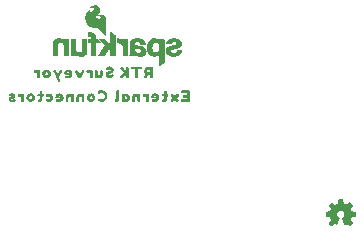
<source format=gbo>
G04 EAGLE Gerber RS-274X export*
G75*
%MOMM*%
%FSLAX34Y34*%
%LPD*%
%INSilkscreen Bottom*%
%IPPOS*%
%AMOC8*
5,1,8,0,0,1.08239X$1,22.5*%
G01*

G36*
X467686Y9708D02*
X467686Y9708D01*
X467752Y9713D01*
X467770Y9724D01*
X467791Y9729D01*
X467876Y9789D01*
X467900Y9803D01*
X467903Y9808D01*
X467908Y9812D01*
X470108Y12112D01*
X470116Y12125D01*
X470129Y12135D01*
X470160Y12199D01*
X470196Y12261D01*
X470197Y12277D01*
X470204Y12291D01*
X470203Y12362D01*
X470209Y12433D01*
X470203Y12448D01*
X470202Y12464D01*
X470145Y12589D01*
X470143Y12593D01*
X470143Y12594D01*
X468275Y15209D01*
X468277Y15220D01*
X468286Y15233D01*
X468297Y15291D01*
X468306Y15312D01*
X468306Y15334D01*
X468312Y15367D01*
X468313Y15372D01*
X468313Y15373D01*
X468313Y15374D01*
X468313Y15384D01*
X468346Y15449D01*
X468402Y15506D01*
X468413Y15524D01*
X468425Y15533D01*
X468433Y15552D01*
X468473Y15604D01*
X468546Y15749D01*
X468602Y15806D01*
X468642Y15870D01*
X468686Y15933D01*
X468688Y15945D01*
X468693Y15953D01*
X468697Y15988D01*
X468713Y16074D01*
X468713Y16123D01*
X468742Y16170D01*
X468786Y16233D01*
X468788Y16245D01*
X468793Y16253D01*
X468797Y16288D01*
X468813Y16374D01*
X468813Y16484D01*
X468846Y16549D01*
X468902Y16606D01*
X468942Y16670D01*
X468986Y16733D01*
X468988Y16745D01*
X468993Y16753D01*
X468997Y16788D01*
X469003Y16821D01*
X469006Y16829D01*
X469006Y16837D01*
X469013Y16874D01*
X469013Y16923D01*
X469042Y16970D01*
X469086Y17033D01*
X469088Y17045D01*
X469093Y17053D01*
X469097Y17088D01*
X469113Y17174D01*
X469113Y17284D01*
X469142Y17342D01*
X472398Y17900D01*
X472416Y17907D01*
X472435Y17908D01*
X472495Y17941D01*
X472557Y17967D01*
X472570Y17982D01*
X472587Y17991D01*
X472626Y18047D01*
X472670Y18098D01*
X472675Y18117D01*
X472686Y18133D01*
X472708Y18244D01*
X472713Y18266D01*
X472712Y18270D01*
X472713Y18274D01*
X472713Y21474D01*
X472709Y21493D01*
X472711Y21512D01*
X472700Y21546D01*
X472699Y21553D01*
X472694Y21563D01*
X472689Y21576D01*
X472674Y21642D01*
X472661Y21657D01*
X472655Y21675D01*
X472607Y21723D01*
X472564Y21776D01*
X472546Y21783D01*
X472532Y21797D01*
X472426Y21837D01*
X472406Y21846D01*
X472402Y21846D01*
X472398Y21848D01*
X469186Y22398D01*
X469175Y22437D01*
X469174Y22442D01*
X469173Y22443D01*
X469113Y22563D01*
X469113Y22574D01*
X469110Y22589D01*
X469112Y22605D01*
X469092Y22675D01*
X469092Y22690D01*
X469084Y22704D01*
X469075Y22737D01*
X469074Y22742D01*
X469073Y22743D01*
X469013Y22863D01*
X469013Y22874D01*
X469010Y22889D01*
X469012Y22905D01*
X468975Y23037D01*
X468974Y23042D01*
X468973Y23043D01*
X468813Y23363D01*
X468813Y23374D01*
X468810Y23389D01*
X468812Y23405D01*
X468775Y23537D01*
X468774Y23542D01*
X468773Y23543D01*
X468673Y23743D01*
X468650Y23771D01*
X468613Y23825D01*
X468613Y23874D01*
X468596Y23948D01*
X468582Y24023D01*
X468576Y24033D01*
X468574Y24042D01*
X468551Y24070D01*
X468502Y24142D01*
X468446Y24198D01*
X468373Y24343D01*
X468350Y24371D01*
X468313Y24425D01*
X468313Y24474D01*
X468296Y24548D01*
X468292Y24570D01*
X470146Y27258D01*
X470152Y27274D01*
X470164Y27287D01*
X470184Y27354D01*
X470209Y27419D01*
X470208Y27437D01*
X470213Y27453D01*
X470200Y27522D01*
X470194Y27592D01*
X470185Y27606D01*
X470182Y27623D01*
X470111Y27729D01*
X470104Y27740D01*
X470103Y27740D01*
X470102Y27742D01*
X467902Y29942D01*
X467888Y29951D01*
X467877Y29965D01*
X467815Y29996D01*
X467755Y30033D01*
X467738Y30035D01*
X467723Y30042D01*
X467653Y30043D01*
X467583Y30049D01*
X467567Y30043D01*
X467550Y30043D01*
X467432Y29992D01*
X467421Y29988D01*
X467420Y29987D01*
X467419Y29986D01*
X464720Y28124D01*
X464702Y28142D01*
X464637Y28182D01*
X464575Y28226D01*
X464563Y28228D01*
X464555Y28233D01*
X464520Y28236D01*
X464434Y28253D01*
X464384Y28253D01*
X464372Y28261D01*
X464304Y28313D01*
X464159Y28385D01*
X464102Y28442D01*
X464037Y28482D01*
X463975Y28526D01*
X463963Y28528D01*
X463955Y28533D01*
X463920Y28536D01*
X463834Y28553D01*
X463784Y28553D01*
X463772Y28561D01*
X463704Y28613D01*
X463504Y28713D01*
X463488Y28717D01*
X463475Y28726D01*
X463341Y28752D01*
X463335Y28753D01*
X463334Y28753D01*
X463324Y28753D01*
X463204Y28813D01*
X463188Y28817D01*
X463175Y28826D01*
X463041Y28852D01*
X463035Y28853D01*
X463034Y28853D01*
X462984Y28853D01*
X462937Y28882D01*
X462875Y28926D01*
X462863Y28928D01*
X462855Y28933D01*
X462820Y28936D01*
X462734Y28953D01*
X462624Y28953D01*
X462566Y28982D01*
X462008Y32238D01*
X462000Y32256D01*
X461999Y32275D01*
X461967Y32334D01*
X461940Y32397D01*
X461926Y32410D01*
X461916Y32427D01*
X461861Y32466D01*
X461809Y32510D01*
X461790Y32515D01*
X461775Y32526D01*
X461664Y32547D01*
X461642Y32553D01*
X461638Y32552D01*
X461634Y32553D01*
X458434Y32553D01*
X458415Y32549D01*
X458396Y32551D01*
X458332Y32529D01*
X458266Y32513D01*
X458251Y32501D01*
X458232Y32495D01*
X458185Y32447D01*
X458132Y32403D01*
X458124Y32386D01*
X458111Y32372D01*
X458071Y32266D01*
X458062Y32245D01*
X458062Y32242D01*
X458060Y32238D01*
X457510Y29026D01*
X457471Y29015D01*
X457466Y29013D01*
X457465Y29013D01*
X457464Y29013D01*
X457344Y28953D01*
X457334Y28953D01*
X457318Y28949D01*
X457302Y28952D01*
X457171Y28915D01*
X457166Y28913D01*
X457165Y28913D01*
X457164Y28913D01*
X457044Y28853D01*
X457034Y28853D01*
X457018Y28849D01*
X457002Y28852D01*
X456871Y28815D01*
X456866Y28813D01*
X456865Y28813D01*
X456864Y28813D01*
X456744Y28753D01*
X456634Y28753D01*
X456560Y28736D01*
X456484Y28722D01*
X456475Y28716D01*
X456466Y28713D01*
X456438Y28691D01*
X456366Y28642D01*
X456309Y28585D01*
X456244Y28553D01*
X456234Y28553D01*
X456218Y28549D01*
X456202Y28552D01*
X456071Y28515D01*
X456066Y28513D01*
X456065Y28513D01*
X456064Y28513D01*
X455864Y28413D01*
X455837Y28390D01*
X455766Y28342D01*
X455709Y28285D01*
X455644Y28253D01*
X455634Y28253D01*
X455618Y28249D01*
X455602Y28252D01*
X455471Y28215D01*
X455466Y28213D01*
X455465Y28213D01*
X455464Y28213D01*
X455323Y28142D01*
X452649Y29986D01*
X452637Y29991D01*
X452628Y30000D01*
X452557Y30022D01*
X452488Y30049D01*
X452475Y30048D01*
X452463Y30052D01*
X452390Y30040D01*
X452316Y30034D01*
X452305Y30027D01*
X452292Y30025D01*
X452172Y29948D01*
X449872Y27748D01*
X449858Y27726D01*
X449838Y27710D01*
X449811Y27654D01*
X449777Y27603D01*
X449774Y27577D01*
X449763Y27554D01*
X449764Y27492D01*
X449757Y27431D01*
X449766Y27407D01*
X449766Y27381D01*
X449804Y27301D01*
X449815Y27268D01*
X449822Y27262D01*
X449827Y27251D01*
X451762Y24578D01*
X451722Y24498D01*
X451666Y24442D01*
X451626Y24377D01*
X451582Y24314D01*
X451580Y24303D01*
X451575Y24295D01*
X451571Y24260D01*
X451555Y24174D01*
X451555Y24124D01*
X451547Y24111D01*
X451495Y24043D01*
X451422Y23898D01*
X451366Y23842D01*
X451326Y23777D01*
X451282Y23714D01*
X451280Y23703D01*
X451275Y23695D01*
X451271Y23660D01*
X451255Y23574D01*
X451255Y23524D01*
X451226Y23477D01*
X451182Y23414D01*
X451180Y23403D01*
X451175Y23395D01*
X451171Y23360D01*
X451155Y23274D01*
X451155Y23163D01*
X451122Y23098D01*
X451066Y23042D01*
X451026Y22977D01*
X450982Y22914D01*
X450980Y22903D01*
X450975Y22895D01*
X450971Y22860D01*
X450955Y22774D01*
X450955Y22724D01*
X450926Y22677D01*
X450882Y22614D01*
X450880Y22603D01*
X450875Y22595D01*
X450871Y22560D01*
X450855Y22474D01*
X450855Y22395D01*
X447572Y21848D01*
X447553Y21840D01*
X447533Y21839D01*
X447474Y21807D01*
X447412Y21781D01*
X447399Y21766D01*
X447381Y21756D01*
X447343Y21701D01*
X447299Y21651D01*
X447293Y21631D01*
X447282Y21614D01*
X447266Y21533D01*
X447262Y21523D01*
X447262Y21512D01*
X447261Y21508D01*
X447255Y21483D01*
X447256Y21479D01*
X447255Y21474D01*
X447255Y18274D01*
X447259Y18255D01*
X447257Y18236D01*
X447279Y18171D01*
X447294Y18105D01*
X447307Y18090D01*
X447313Y18072D01*
X447361Y18024D01*
X447404Y17972D01*
X447422Y17964D01*
X447436Y17950D01*
X447542Y17910D01*
X447562Y17901D01*
X447566Y17901D01*
X447570Y17900D01*
X450858Y17336D01*
X450893Y17211D01*
X450894Y17205D01*
X450895Y17205D01*
X450895Y17204D01*
X450955Y17084D01*
X450955Y17074D01*
X450958Y17058D01*
X450956Y17042D01*
X450993Y16911D01*
X450994Y16905D01*
X450995Y16905D01*
X450995Y16904D01*
X451055Y16784D01*
X451055Y16774D01*
X451058Y16758D01*
X451056Y16742D01*
X451093Y16611D01*
X451094Y16605D01*
X451095Y16605D01*
X451095Y16604D01*
X451255Y16284D01*
X451255Y16274D01*
X451258Y16258D01*
X451256Y16242D01*
X451293Y16111D01*
X451294Y16105D01*
X451295Y16105D01*
X451295Y16104D01*
X451395Y15904D01*
X451418Y15876D01*
X451466Y15806D01*
X451522Y15749D01*
X451555Y15684D01*
X451555Y15674D01*
X451558Y15658D01*
X451556Y15642D01*
X451593Y15511D01*
X451594Y15505D01*
X451595Y15505D01*
X451595Y15504D01*
X451695Y15304D01*
X451718Y15276D01*
X451766Y15206D01*
X451776Y15195D01*
X449831Y12601D01*
X449821Y12579D01*
X449804Y12560D01*
X449786Y12500D01*
X449761Y12443D01*
X449762Y12418D01*
X449755Y12394D01*
X449766Y12333D01*
X449769Y12270D01*
X449781Y12248D01*
X449786Y12224D01*
X449837Y12149D01*
X449853Y12119D01*
X449860Y12114D01*
X449866Y12106D01*
X452166Y9806D01*
X452180Y9797D01*
X452191Y9783D01*
X452253Y9751D01*
X452313Y9714D01*
X452330Y9713D01*
X452345Y9705D01*
X452416Y9705D01*
X452485Y9698D01*
X452501Y9704D01*
X452518Y9704D01*
X452636Y9756D01*
X452647Y9760D01*
X452648Y9761D01*
X452649Y9761D01*
X455348Y11623D01*
X455366Y11606D01*
X455431Y11565D01*
X455493Y11521D01*
X455505Y11519D01*
X455513Y11514D01*
X455548Y11511D01*
X455563Y11508D01*
X455566Y11506D01*
X455631Y11465D01*
X455693Y11421D01*
X455705Y11419D01*
X455713Y11414D01*
X455748Y11411D01*
X455834Y11394D01*
X455884Y11394D01*
X455931Y11365D01*
X455993Y11321D01*
X456005Y11319D01*
X456013Y11314D01*
X456048Y11311D01*
X456063Y11308D01*
X456066Y11306D01*
X456131Y11265D01*
X456193Y11221D01*
X456205Y11219D01*
X456213Y11214D01*
X456248Y11211D01*
X456263Y11208D01*
X456266Y11206D01*
X456331Y11165D01*
X456393Y11121D01*
X456405Y11119D01*
X456413Y11114D01*
X456448Y11111D01*
X456477Y11105D01*
X456504Y11072D01*
X456523Y11064D01*
X456538Y11049D01*
X456601Y11029D01*
X456662Y11001D01*
X456683Y11002D01*
X456702Y10996D01*
X456768Y11006D01*
X456835Y11008D01*
X456853Y11018D01*
X456873Y11021D01*
X456928Y11059D01*
X456987Y11091D01*
X456999Y11108D01*
X457015Y11120D01*
X457072Y11212D01*
X457086Y11233D01*
X457087Y11238D01*
X457090Y11242D01*
X459090Y16642D01*
X459094Y16673D01*
X459106Y16701D01*
X459104Y16757D01*
X459111Y16814D01*
X459101Y16843D01*
X459100Y16874D01*
X459073Y16924D01*
X459054Y16977D01*
X459032Y16999D01*
X459017Y17026D01*
X458957Y17072D01*
X458930Y17098D01*
X458917Y17102D01*
X458904Y17113D01*
X458359Y17385D01*
X458202Y17542D01*
X458172Y17561D01*
X458104Y17613D01*
X457959Y17685D01*
X457646Y17998D01*
X457573Y18143D01*
X457550Y18171D01*
X457502Y18242D01*
X457346Y18398D01*
X457285Y18519D01*
X457194Y18794D01*
X457182Y18813D01*
X457173Y18843D01*
X457113Y18963D01*
X457113Y19074D01*
X457105Y19109D01*
X457094Y19194D01*
X457013Y19435D01*
X457013Y20212D01*
X457094Y20454D01*
X457097Y20490D01*
X457113Y20574D01*
X457113Y20759D01*
X457250Y20963D01*
X457263Y20998D01*
X457294Y21054D01*
X457378Y21306D01*
X457729Y21832D01*
X458076Y22179D01*
X458602Y22530D01*
X458854Y22614D01*
X458872Y22625D01*
X458886Y22628D01*
X458899Y22639D01*
X458944Y22658D01*
X459149Y22794D01*
X459334Y22794D01*
X459369Y22803D01*
X459454Y22814D01*
X459696Y22894D01*
X460287Y22894D01*
X460642Y22806D01*
X460678Y22805D01*
X460734Y22794D01*
X460919Y22794D01*
X461124Y22658D01*
X461159Y22645D01*
X461208Y22617D01*
X461210Y22616D01*
X461211Y22616D01*
X461214Y22614D01*
X461466Y22530D01*
X461693Y22379D01*
X461866Y22206D01*
X461892Y22189D01*
X461924Y22158D01*
X462193Y21979D01*
X462339Y21832D01*
X462690Y21306D01*
X463055Y20212D01*
X463055Y19735D01*
X462974Y19494D01*
X462971Y19458D01*
X462955Y19374D01*
X462955Y19163D01*
X462795Y18843D01*
X462789Y18821D01*
X462774Y18794D01*
X462683Y18519D01*
X462522Y18198D01*
X462366Y18042D01*
X462347Y18011D01*
X462295Y17943D01*
X462222Y17798D01*
X462109Y17685D01*
X461964Y17613D01*
X461937Y17590D01*
X461866Y17542D01*
X461709Y17385D01*
X461388Y17225D01*
X461114Y17133D01*
X461065Y17103D01*
X461012Y17081D01*
X460992Y17059D01*
X460967Y17043D01*
X460936Y16994D01*
X460899Y16951D01*
X460891Y16922D01*
X460875Y16896D01*
X460869Y16839D01*
X460855Y16783D01*
X460861Y16749D01*
X460858Y16724D01*
X460870Y16692D01*
X460878Y16642D01*
X462878Y11242D01*
X462904Y11204D01*
X462920Y11161D01*
X462951Y11133D01*
X462974Y11098D01*
X463014Y11075D01*
X463047Y11044D01*
X463087Y11032D01*
X463124Y11011D01*
X463169Y11008D01*
X463213Y10995D01*
X463254Y11002D01*
X463296Y11000D01*
X463339Y11017D01*
X463384Y11025D01*
X463425Y11053D01*
X463456Y11066D01*
X463473Y11086D01*
X463486Y11094D01*
X463534Y11094D01*
X463608Y11112D01*
X463684Y11125D01*
X463693Y11132D01*
X463702Y11134D01*
X463730Y11157D01*
X463802Y11206D01*
X463809Y11212D01*
X463884Y11225D01*
X463893Y11232D01*
X463902Y11234D01*
X463930Y11257D01*
X464002Y11306D01*
X464009Y11312D01*
X464084Y11325D01*
X464093Y11332D01*
X464102Y11334D01*
X464130Y11357D01*
X464202Y11406D01*
X464209Y11412D01*
X464284Y11425D01*
X464293Y11432D01*
X464302Y11434D01*
X464330Y11457D01*
X464402Y11506D01*
X464409Y11512D01*
X464484Y11525D01*
X464493Y11532D01*
X464502Y11534D01*
X464530Y11557D01*
X464602Y11606D01*
X464609Y11612D01*
X464684Y11625D01*
X464693Y11632D01*
X464702Y11634D01*
X464703Y11634D01*
X467419Y9761D01*
X467439Y9754D01*
X467455Y9740D01*
X467518Y9722D01*
X467580Y9698D01*
X467601Y9700D01*
X467622Y9695D01*
X467686Y9708D01*
G37*
G36*
X261140Y170891D02*
X261140Y170891D01*
X261191Y170893D01*
X261223Y170911D01*
X261259Y170919D01*
X261298Y170952D01*
X261343Y170976D01*
X261364Y171006D01*
X261392Y171029D01*
X261413Y171076D01*
X261443Y171118D01*
X261451Y171160D01*
X261463Y171188D01*
X261462Y171218D01*
X261470Y171260D01*
X261470Y184060D01*
X261466Y184078D01*
X261468Y184102D01*
X261268Y185902D01*
X261257Y185933D01*
X261251Y185980D01*
X261051Y186580D01*
X261038Y186600D01*
X261030Y186630D01*
X260730Y187230D01*
X260722Y187240D01*
X260716Y187256D01*
X260416Y187756D01*
X260402Y187770D01*
X260393Y187789D01*
X260316Y187859D01*
X260295Y187880D01*
X260290Y187882D01*
X260286Y187886D01*
X259802Y188176D01*
X259418Y188464D01*
X259383Y188479D01*
X259331Y188513D01*
X258331Y188913D01*
X258298Y188918D01*
X258253Y188935D01*
X257653Y189035D01*
X257626Y189033D01*
X257590Y189040D01*
X256790Y189040D01*
X256754Y189032D01*
X256698Y189029D01*
X256343Y188940D01*
X256190Y188940D01*
X256175Y188937D01*
X256160Y188939D01*
X256028Y188902D01*
X256021Y188901D01*
X256021Y188900D01*
X256020Y188900D01*
X255820Y188800D01*
X255801Y188784D01*
X255777Y188775D01*
X255735Y188729D01*
X255687Y188689D01*
X255677Y188667D01*
X255660Y188648D01*
X255642Y188588D01*
X255616Y188531D01*
X255618Y188506D01*
X255610Y188482D01*
X255621Y188420D01*
X255624Y188358D01*
X255636Y188336D01*
X255640Y188311D01*
X255689Y188238D01*
X255707Y188206D01*
X255715Y188201D01*
X255721Y188191D01*
X255821Y188091D01*
X255853Y188071D01*
X255920Y188020D01*
X256320Y187820D01*
X256343Y187814D01*
X256370Y187799D01*
X256585Y187728D01*
X256895Y187418D01*
X257045Y187192D01*
X257110Y186998D01*
X257110Y186822D01*
X257038Y186606D01*
X256878Y186285D01*
X256648Y186056D01*
X256412Y185898D01*
X255981Y185726D01*
X255552Y185640D01*
X254837Y185640D01*
X254146Y185813D01*
X253650Y186144D01*
X253329Y186545D01*
X253170Y187022D01*
X253170Y187582D01*
X253416Y188155D01*
X254076Y188909D01*
X254874Y189807D01*
X254875Y189809D01*
X254876Y189810D01*
X255576Y190610D01*
X255592Y190639D01*
X255622Y190675D01*
X256122Y191575D01*
X256133Y191613D01*
X256161Y191678D01*
X256361Y192578D01*
X256361Y192611D01*
X256370Y192660D01*
X256370Y193460D01*
X256362Y193497D01*
X256351Y193580D01*
X256051Y194480D01*
X256030Y194514D01*
X255999Y194581D01*
X255499Y195281D01*
X255473Y195304D01*
X255443Y195344D01*
X254543Y196144D01*
X254512Y196161D01*
X254472Y196194D01*
X253372Y196794D01*
X253336Y196804D01*
X253258Y196834D01*
X252158Y197034D01*
X252129Y197033D01*
X252090Y197040D01*
X251090Y197040D01*
X251053Y197032D01*
X250970Y197021D01*
X250070Y196721D01*
X250064Y196717D01*
X250057Y196716D01*
X249257Y196416D01*
X249242Y196406D01*
X249220Y196400D01*
X249054Y196317D01*
X248620Y196100D01*
X248598Y196082D01*
X248562Y196064D01*
X248162Y195764D01*
X248147Y195746D01*
X248121Y195729D01*
X248021Y195629D01*
X248008Y195607D01*
X247988Y195591D01*
X247962Y195534D01*
X247930Y195482D01*
X247927Y195456D01*
X247917Y195432D01*
X247919Y195371D01*
X247913Y195309D01*
X247922Y195285D01*
X247923Y195259D01*
X247953Y195205D01*
X247975Y195147D01*
X247994Y195130D01*
X248006Y195107D01*
X248057Y195072D01*
X248102Y195030D01*
X248127Y195022D01*
X248148Y195007D01*
X248232Y194991D01*
X248268Y194980D01*
X248278Y194982D01*
X248290Y194980D01*
X248590Y194980D01*
X248627Y194988D01*
X248710Y194999D01*
X248952Y195080D01*
X249143Y195080D01*
X249498Y194991D01*
X249506Y194991D01*
X249515Y194987D01*
X249966Y194897D01*
X250289Y194735D01*
X250610Y194495D01*
X250745Y194292D01*
X250829Y194040D01*
X250842Y194020D01*
X250850Y193990D01*
X250938Y193814D01*
X250989Y193660D01*
X250929Y193480D01*
X250928Y193467D01*
X250921Y193452D01*
X250837Y193116D01*
X250674Y192871D01*
X250666Y192851D01*
X250650Y192830D01*
X250478Y192485D01*
X250248Y192256D01*
X249979Y192076D01*
X249972Y192069D01*
X249962Y192064D01*
X249570Y191771D01*
X249299Y191590D01*
X248867Y191374D01*
X248600Y191240D01*
X248052Y191240D01*
X247859Y191305D01*
X247710Y191404D01*
X247570Y191822D01*
X247570Y192560D01*
X247558Y192610D01*
X247558Y192631D01*
X247557Y192655D01*
X247556Y192662D01*
X247539Y192694D01*
X247531Y192729D01*
X247498Y192769D01*
X247473Y192814D01*
X247443Y192835D01*
X247421Y192862D01*
X247373Y192884D01*
X247331Y192913D01*
X247295Y192919D01*
X247262Y192933D01*
X247211Y192931D01*
X247160Y192939D01*
X247119Y192928D01*
X247089Y192927D01*
X247062Y192912D01*
X247020Y192900D01*
X247009Y192895D01*
X246249Y192515D01*
X246220Y192500D01*
X246216Y192497D01*
X246106Y192413D01*
X245306Y191513D01*
X245291Y191485D01*
X245262Y191452D01*
X244562Y190252D01*
X244553Y190223D01*
X244532Y190188D01*
X244032Y188788D01*
X244029Y188762D01*
X244016Y188730D01*
X243716Y187130D01*
X243718Y187094D01*
X243710Y187039D01*
X243810Y185239D01*
X243820Y185207D01*
X243824Y185158D01*
X244324Y183358D01*
X244341Y183327D01*
X244358Y183275D01*
X245358Y181475D01*
X245375Y181457D01*
X245390Y181427D01*
X246090Y180527D01*
X246097Y180521D01*
X246101Y180513D01*
X246111Y180507D01*
X246121Y180491D01*
X246921Y179691D01*
X246931Y179685D01*
X246940Y179674D01*
X247740Y178974D01*
X247765Y178960D01*
X247794Y178934D01*
X248794Y178334D01*
X248819Y178326D01*
X248849Y178307D01*
X249849Y177907D01*
X249868Y177904D01*
X249890Y177893D01*
X250990Y177593D01*
X251007Y177593D01*
X251028Y177585D01*
X252228Y177385D01*
X252254Y177387D01*
X252290Y177380D01*
X254159Y177380D01*
X254656Y177297D01*
X255072Y177047D01*
X256022Y176287D01*
X256498Y175717D01*
X256510Y175707D01*
X256521Y175691D01*
X257799Y174413D01*
X258281Y173739D01*
X258301Y173721D01*
X258321Y173691D01*
X258909Y173103D01*
X259398Y172517D01*
X259410Y172507D01*
X259421Y172491D01*
X259902Y172010D01*
X260186Y171632D01*
X260204Y171617D01*
X260221Y171591D01*
X260495Y171318D01*
X260674Y171049D01*
X260693Y171031D01*
X260706Y171007D01*
X260756Y170972D01*
X260800Y170931D01*
X260826Y170923D01*
X260848Y170907D01*
X260929Y170892D01*
X260966Y170881D01*
X260977Y170882D01*
X260990Y170880D01*
X261090Y170880D01*
X261140Y170891D01*
G37*
G36*
X306829Y145391D02*
X306829Y145391D01*
X306891Y145393D01*
X306913Y145406D01*
X306939Y145410D01*
X307010Y145458D01*
X307043Y145476D01*
X307049Y145484D01*
X307059Y145491D01*
X307944Y146376D01*
X309428Y147563D01*
X309439Y147578D01*
X309459Y147591D01*
X310344Y148476D01*
X310828Y148863D01*
X310834Y148871D01*
X310843Y148876D01*
X310887Y148939D01*
X310935Y148999D01*
X310937Y149009D01*
X310943Y149018D01*
X310958Y149099D01*
X310963Y149110D01*
X310963Y149122D01*
X310970Y149160D01*
X310970Y167660D01*
X310969Y167664D01*
X310970Y167669D01*
X310950Y167749D01*
X310931Y167829D01*
X310928Y167832D01*
X310927Y167837D01*
X310873Y167899D01*
X310821Y167962D01*
X310816Y167964D01*
X310814Y167968D01*
X310682Y168029D01*
X310282Y168129D01*
X310274Y168129D01*
X310265Y168133D01*
X309765Y168233D01*
X309733Y168232D01*
X309690Y168240D01*
X309237Y168240D01*
X308882Y168329D01*
X308874Y168329D01*
X308865Y168333D01*
X308373Y168431D01*
X307982Y168529D01*
X307974Y168529D01*
X307965Y168533D01*
X306965Y168733D01*
X306963Y168733D01*
X306962Y168733D01*
X306878Y168730D01*
X306791Y168727D01*
X306790Y168727D01*
X306789Y168727D01*
X306715Y168686D01*
X306639Y168645D01*
X306638Y168644D01*
X306637Y168644D01*
X306589Y168575D01*
X306538Y168504D01*
X306538Y168503D01*
X306537Y168502D01*
X306510Y168360D01*
X306510Y167578D01*
X306359Y167729D01*
X306343Y167739D01*
X306328Y167757D01*
X305828Y168157D01*
X305807Y168167D01*
X305786Y168186D01*
X304786Y168786D01*
X304773Y168790D01*
X304653Y168835D01*
X303453Y169035D01*
X303426Y169033D01*
X303390Y169040D01*
X302690Y169040D01*
X302679Y169038D01*
X302665Y169039D01*
X301165Y168939D01*
X301128Y168928D01*
X301062Y168918D01*
X299662Y168418D01*
X299633Y168399D01*
X299586Y168381D01*
X298486Y167681D01*
X298459Y167653D01*
X298407Y167614D01*
X297507Y166614D01*
X297494Y166591D01*
X297469Y166564D01*
X296769Y165464D01*
X296757Y165428D01*
X296727Y165372D01*
X296327Y164072D01*
X296326Y164057D01*
X296318Y164040D01*
X296018Y162640D01*
X296019Y162616D01*
X296011Y162585D01*
X295911Y161085D01*
X295914Y161063D01*
X295911Y161033D01*
X296011Y159633D01*
X296018Y159609D01*
X296020Y159575D01*
X296320Y158275D01*
X296332Y158250D01*
X296339Y158214D01*
X296839Y157014D01*
X296849Y156999D01*
X296856Y156978D01*
X297456Y155878D01*
X297482Y155849D01*
X297521Y155791D01*
X298421Y154891D01*
X298443Y154878D01*
X298466Y154852D01*
X299566Y154052D01*
X299602Y154037D01*
X299670Y153999D01*
X300870Y153599D01*
X300900Y153596D01*
X300940Y153583D01*
X302440Y153383D01*
X302479Y153387D01*
X302553Y153385D01*
X304353Y153685D01*
X304389Y153700D01*
X304460Y153720D01*
X304590Y153785D01*
X305060Y154020D01*
X305070Y154028D01*
X305086Y154034D01*
X306086Y154634D01*
X306106Y154654D01*
X306187Y154722D01*
X306410Y155001D01*
X306410Y145760D01*
X306416Y145735D01*
X306413Y145709D01*
X306435Y145652D01*
X306449Y145591D01*
X306466Y145571D01*
X306475Y145547D01*
X306520Y145505D01*
X306559Y145458D01*
X306583Y145447D01*
X306602Y145430D01*
X306661Y145412D01*
X306718Y145387D01*
X306743Y145388D01*
X306768Y145380D01*
X306829Y145391D01*
G37*
G36*
X290820Y153387D02*
X290820Y153387D01*
X290865Y153387D01*
X291328Y153480D01*
X291790Y153480D01*
X291826Y153488D01*
X291882Y153491D01*
X292282Y153591D01*
X292302Y153601D01*
X292331Y153607D01*
X292831Y153807D01*
X292843Y153815D01*
X292860Y153820D01*
X293260Y154020D01*
X293276Y154033D01*
X293301Y154044D01*
X293581Y154231D01*
X293960Y154420D01*
X293989Y154444D01*
X294059Y154491D01*
X294359Y154791D01*
X294375Y154818D01*
X294406Y154849D01*
X294601Y155140D01*
X294894Y155532D01*
X294898Y155541D01*
X294906Y155549D01*
X295106Y155849D01*
X295107Y155850D01*
X295108Y155851D01*
X295163Y155985D01*
X295253Y156436D01*
X295430Y156790D01*
X295434Y156805D01*
X295443Y156818D01*
X295469Y156952D01*
X295470Y156959D01*
X295470Y156960D01*
X295470Y157422D01*
X295563Y157885D01*
X295563Y157895D01*
X295564Y158028D01*
X295364Y159128D01*
X295355Y159150D01*
X295351Y159180D01*
X295051Y160080D01*
X295034Y160107D01*
X295020Y160149D01*
X294620Y160849D01*
X294597Y160873D01*
X294537Y160949D01*
X293837Y161549D01*
X293811Y161563D01*
X293779Y161590D01*
X293079Y161990D01*
X293053Y161998D01*
X293024Y162016D01*
X292224Y162316D01*
X292205Y162319D01*
X292182Y162329D01*
X291382Y162529D01*
X291360Y162529D01*
X291332Y162538D01*
X290432Y162638D01*
X288638Y162837D01*
X287969Y162933D01*
X287303Y163123D01*
X286750Y163308D01*
X286350Y163548D01*
X286170Y163787D01*
X286170Y164670D01*
X286403Y165135D01*
X286459Y165191D01*
X286479Y165223D01*
X286530Y165290D01*
X286573Y165377D01*
X286980Y165580D01*
X287090Y165580D01*
X287105Y165583D01*
X287120Y165581D01*
X287252Y165618D01*
X287259Y165619D01*
X287259Y165620D01*
X287260Y165620D01*
X287380Y165680D01*
X289000Y165680D01*
X289865Y165248D01*
X290178Y164935D01*
X290238Y164814D01*
X290329Y164540D01*
X290342Y164520D01*
X290350Y164490D01*
X290410Y164370D01*
X290410Y163960D01*
X290421Y163910D01*
X290423Y163859D01*
X290441Y163827D01*
X290449Y163791D01*
X290482Y163752D01*
X290506Y163707D01*
X290536Y163686D01*
X290559Y163658D01*
X290606Y163637D01*
X290648Y163607D01*
X290690Y163599D01*
X290718Y163587D01*
X290748Y163588D01*
X290790Y163580D01*
X294690Y163580D01*
X294770Y163598D01*
X294850Y163615D01*
X294854Y163618D01*
X294859Y163619D01*
X294922Y163672D01*
X294986Y163722D01*
X294988Y163726D01*
X294992Y163729D01*
X295026Y163804D01*
X295061Y163878D01*
X295061Y163883D01*
X295063Y163888D01*
X295062Y163915D01*
X295065Y164023D01*
X294865Y165223D01*
X294855Y165246D01*
X294855Y165248D01*
X294854Y165268D01*
X294852Y165273D01*
X294851Y165280D01*
X294651Y165880D01*
X294631Y165912D01*
X294594Y165988D01*
X294306Y166372D01*
X294016Y166856D01*
X294004Y166868D01*
X293994Y166888D01*
X293694Y167288D01*
X293669Y167309D01*
X293662Y167322D01*
X293647Y167333D01*
X293618Y167364D01*
X293218Y167664D01*
X293202Y167671D01*
X293186Y167686D01*
X292186Y168286D01*
X292161Y168294D01*
X292131Y168313D01*
X291631Y168513D01*
X291602Y168517D01*
X291565Y168533D01*
X291088Y168628D01*
X290510Y168821D01*
X290485Y168823D01*
X290453Y168835D01*
X289859Y168934D01*
X289365Y169033D01*
X289333Y169032D01*
X289290Y169040D01*
X286990Y169040D01*
X286960Y169033D01*
X286915Y169033D01*
X286452Y168940D01*
X285890Y168940D01*
X285860Y168933D01*
X285815Y168933D01*
X285315Y168833D01*
X285289Y168821D01*
X285249Y168813D01*
X284781Y168626D01*
X284315Y168533D01*
X284289Y168521D01*
X284249Y168513D01*
X283749Y168313D01*
X283718Y168291D01*
X283662Y168264D01*
X282462Y167364D01*
X282437Y167334D01*
X282386Y167288D01*
X282086Y166888D01*
X282074Y166862D01*
X282050Y166830D01*
X281850Y166430D01*
X281847Y166416D01*
X281837Y166401D01*
X281637Y165901D01*
X281633Y165872D01*
X281617Y165835D01*
X281517Y165335D01*
X281518Y165303D01*
X281510Y165260D01*
X281510Y156650D01*
X281450Y156530D01*
X281446Y156515D01*
X281437Y156502D01*
X281411Y156368D01*
X281410Y156362D01*
X281410Y156361D01*
X281410Y156360D01*
X281410Y155550D01*
X281350Y155430D01*
X281346Y155415D01*
X281337Y155402D01*
X281328Y155356D01*
X281327Y155353D01*
X281327Y155351D01*
X281311Y155268D01*
X281310Y155262D01*
X281310Y155261D01*
X281310Y155260D01*
X281310Y155150D01*
X281250Y155030D01*
X281246Y155015D01*
X281237Y155002D01*
X281211Y154868D01*
X281210Y154862D01*
X281210Y154861D01*
X281210Y154860D01*
X281210Y154650D01*
X281178Y154585D01*
X281121Y154529D01*
X281081Y154464D01*
X281037Y154402D01*
X281035Y154390D01*
X281030Y154382D01*
X281026Y154345D01*
X281010Y154260D01*
X281010Y154160D01*
X281021Y154110D01*
X281023Y154059D01*
X281041Y154027D01*
X281049Y153991D01*
X281082Y153952D01*
X281106Y153907D01*
X281136Y153886D01*
X281159Y153858D01*
X281206Y153837D01*
X281248Y153807D01*
X281290Y153799D01*
X281318Y153787D01*
X281348Y153788D01*
X281390Y153780D01*
X285290Y153780D01*
X285340Y153791D01*
X285391Y153793D01*
X285423Y153811D01*
X285459Y153819D01*
X285498Y153852D01*
X285543Y153876D01*
X285564Y153906D01*
X285592Y153929D01*
X285613Y153976D01*
X285643Y154018D01*
X285651Y154060D01*
X285663Y154088D01*
X285663Y154098D01*
X285699Y154156D01*
X285743Y154218D01*
X285745Y154230D01*
X285750Y154238D01*
X285754Y154275D01*
X285756Y154289D01*
X285759Y154291D01*
X285799Y154356D01*
X285843Y154418D01*
X285845Y154430D01*
X285850Y154438D01*
X285854Y154475D01*
X285870Y154560D01*
X285870Y154709D01*
X285883Y154730D01*
X286021Y154591D01*
X286048Y154575D01*
X286079Y154544D01*
X286379Y154344D01*
X286415Y154330D01*
X286470Y154299D01*
X286722Y154215D01*
X286979Y154044D01*
X287015Y154030D01*
X287070Y153999D01*
X288270Y153599D01*
X288307Y153596D01*
X288390Y153580D01*
X288628Y153580D01*
X288870Y153499D01*
X288907Y153496D01*
X288990Y153480D01*
X289328Y153480D01*
X289570Y153399D01*
X289607Y153396D01*
X289690Y153380D01*
X290790Y153380D01*
X290820Y153387D01*
G37*
G36*
X259822Y153787D02*
X259822Y153787D01*
X259856Y153785D01*
X259906Y153807D01*
X259959Y153819D01*
X259984Y153840D01*
X260015Y153853D01*
X260062Y153905D01*
X260092Y153929D01*
X260099Y153945D01*
X260113Y153960D01*
X263769Y159866D01*
X264810Y158895D01*
X264810Y154160D01*
X264821Y154110D01*
X264823Y154059D01*
X264841Y154027D01*
X264849Y153991D01*
X264882Y153952D01*
X264906Y153907D01*
X264936Y153886D01*
X264959Y153858D01*
X265006Y153837D01*
X265048Y153807D01*
X265090Y153799D01*
X265118Y153787D01*
X265148Y153788D01*
X265190Y153780D01*
X269090Y153780D01*
X269140Y153791D01*
X269191Y153793D01*
X269223Y153811D01*
X269259Y153819D01*
X269298Y153852D01*
X269343Y153876D01*
X269364Y153906D01*
X269392Y153929D01*
X269413Y153976D01*
X269443Y154018D01*
X269451Y154060D01*
X269463Y154088D01*
X269462Y154118D01*
X269470Y154160D01*
X269470Y171560D01*
X269460Y171603D01*
X269460Y171648D01*
X269441Y171687D01*
X269431Y171729D01*
X269402Y171763D01*
X269382Y171803D01*
X269343Y171836D01*
X269321Y171862D01*
X269297Y171873D01*
X269270Y171895D01*
X265370Y173995D01*
X265315Y174010D01*
X265262Y174033D01*
X265232Y174032D01*
X265203Y174040D01*
X265147Y174029D01*
X265089Y174027D01*
X265063Y174012D01*
X265033Y174006D01*
X264988Y173971D01*
X264937Y173944D01*
X264920Y173919D01*
X264896Y173901D01*
X264870Y173849D01*
X264837Y173802D01*
X264831Y173768D01*
X264819Y173745D01*
X264820Y173710D01*
X264810Y173660D01*
X264810Y164205D01*
X260564Y168623D01*
X260497Y168667D01*
X260432Y168713D01*
X260424Y168714D01*
X260419Y168718D01*
X260386Y168722D01*
X260290Y168740D01*
X255690Y168740D01*
X255663Y168734D01*
X255636Y168736D01*
X255580Y168714D01*
X255521Y168701D01*
X255500Y168683D01*
X255474Y168673D01*
X255434Y168629D01*
X255388Y168591D01*
X255376Y168565D01*
X255358Y168545D01*
X255341Y168487D01*
X255317Y168432D01*
X255318Y168405D01*
X255310Y168378D01*
X255321Y168319D01*
X255323Y168259D01*
X255337Y168235D01*
X255342Y168208D01*
X255388Y168141D01*
X255406Y168107D01*
X255416Y168100D01*
X255424Y168089D01*
X260501Y163107D01*
X254772Y154368D01*
X254747Y154299D01*
X254717Y154232D01*
X254717Y154219D01*
X254713Y154206D01*
X254721Y154133D01*
X254723Y154059D01*
X254730Y154047D01*
X254731Y154034D01*
X254771Y153972D01*
X254806Y153907D01*
X254817Y153899D01*
X254825Y153888D01*
X254888Y153850D01*
X254948Y153807D01*
X254963Y153804D01*
X254973Y153798D01*
X255012Y153795D01*
X255090Y153780D01*
X259790Y153780D01*
X259822Y153787D01*
G37*
G36*
X220340Y153791D02*
X220340Y153791D01*
X220391Y153793D01*
X220423Y153811D01*
X220459Y153819D01*
X220498Y153852D01*
X220543Y153876D01*
X220564Y153906D01*
X220592Y153929D01*
X220613Y153976D01*
X220643Y154018D01*
X220651Y154060D01*
X220663Y154088D01*
X220662Y154118D01*
X220670Y154160D01*
X220670Y162136D01*
X220767Y162909D01*
X220866Y163603D01*
X220953Y164126D01*
X221206Y164548D01*
X221450Y164872D01*
X221829Y165100D01*
X222259Y165186D01*
X222798Y165276D01*
X223535Y165184D01*
X224056Y165097D01*
X224436Y164869D01*
X224777Y164442D01*
X225051Y163987D01*
X225318Y163362D01*
X225410Y162539D01*
X225410Y154160D01*
X225421Y154110D01*
X225423Y154059D01*
X225441Y154027D01*
X225449Y153991D01*
X225482Y153952D01*
X225506Y153907D01*
X225536Y153886D01*
X225559Y153858D01*
X225606Y153837D01*
X225648Y153807D01*
X225690Y153799D01*
X225718Y153787D01*
X225748Y153788D01*
X225790Y153780D01*
X229690Y153780D01*
X229740Y153791D01*
X229791Y153793D01*
X229823Y153811D01*
X229859Y153819D01*
X229898Y153852D01*
X229943Y153876D01*
X229964Y153906D01*
X229992Y153929D01*
X230013Y153976D01*
X230043Y154018D01*
X230051Y154060D01*
X230063Y154088D01*
X230062Y154118D01*
X230070Y154160D01*
X230070Y168360D01*
X230059Y168410D01*
X230057Y168461D01*
X230039Y168493D01*
X230031Y168529D01*
X229998Y168568D01*
X229974Y168613D01*
X229944Y168634D01*
X229921Y168662D01*
X229874Y168683D01*
X229832Y168713D01*
X229790Y168721D01*
X229762Y168733D01*
X229732Y168732D01*
X229690Y168740D01*
X225990Y168740D01*
X225940Y168729D01*
X225889Y168727D01*
X225857Y168709D01*
X225821Y168701D01*
X225782Y168668D01*
X225737Y168644D01*
X225716Y168614D01*
X225688Y168591D01*
X225667Y168544D01*
X225637Y168502D01*
X225629Y168460D01*
X225617Y168432D01*
X225618Y168402D01*
X225610Y168360D01*
X225610Y167378D01*
X225359Y167629D01*
X225343Y167639D01*
X225328Y167657D01*
X224828Y168057D01*
X224814Y168063D01*
X224801Y168076D01*
X224201Y168476D01*
X224165Y168490D01*
X224110Y168521D01*
X222910Y168921D01*
X222885Y168923D01*
X222853Y168935D01*
X222253Y169035D01*
X222226Y169033D01*
X222190Y169040D01*
X221590Y169040D01*
X221578Y169037D01*
X221563Y169039D01*
X220163Y168939D01*
X220133Y168930D01*
X220090Y168927D01*
X218990Y168627D01*
X218958Y168610D01*
X218905Y168592D01*
X218005Y168092D01*
X217977Y168066D01*
X217921Y168029D01*
X217221Y167329D01*
X217203Y167299D01*
X217168Y167262D01*
X216668Y166462D01*
X216655Y166425D01*
X216626Y166369D01*
X216326Y165369D01*
X216325Y165350D01*
X216316Y165328D01*
X216116Y164228D01*
X216117Y164211D01*
X216111Y164189D01*
X216011Y162889D01*
X216013Y162876D01*
X216010Y162860D01*
X216010Y154160D01*
X216021Y154110D01*
X216023Y154059D01*
X216041Y154027D01*
X216049Y153991D01*
X216082Y153952D01*
X216106Y153907D01*
X216136Y153886D01*
X216159Y153858D01*
X216206Y153837D01*
X216248Y153807D01*
X216290Y153799D01*
X216318Y153787D01*
X216348Y153788D01*
X216390Y153780D01*
X220290Y153780D01*
X220340Y153791D01*
G37*
G36*
X241317Y153481D02*
X241317Y153481D01*
X241354Y153492D01*
X241420Y153503D01*
X242520Y153903D01*
X242542Y153917D01*
X242575Y153928D01*
X243475Y154428D01*
X243498Y154449D01*
X243537Y154471D01*
X244237Y155071D01*
X244254Y155094D01*
X244322Y155175D01*
X244822Y156075D01*
X244832Y156108D01*
X244854Y156151D01*
X245154Y157151D01*
X245155Y157170D01*
X245164Y157192D01*
X245364Y158292D01*
X245363Y158321D01*
X245370Y158360D01*
X245370Y168360D01*
X245359Y168410D01*
X245357Y168461D01*
X245339Y168493D01*
X245331Y168529D01*
X245298Y168568D01*
X245274Y168613D01*
X245244Y168634D01*
X245221Y168662D01*
X245174Y168683D01*
X245132Y168713D01*
X245090Y168721D01*
X245062Y168733D01*
X245032Y168732D01*
X244990Y168740D01*
X241190Y168740D01*
X241140Y168729D01*
X241089Y168727D01*
X241057Y168709D01*
X241021Y168701D01*
X240982Y168668D01*
X240937Y168644D01*
X240916Y168614D01*
X240888Y168591D01*
X240867Y168544D01*
X240837Y168502D01*
X240829Y168460D01*
X240817Y168432D01*
X240818Y168402D01*
X240810Y168360D01*
X240810Y160384D01*
X240614Y158815D01*
X240530Y158314D01*
X240031Y157648D01*
X239651Y157420D01*
X239221Y157334D01*
X238682Y157244D01*
X237945Y157336D01*
X237424Y157423D01*
X237026Y157662D01*
X236703Y157985D01*
X236435Y158520D01*
X236161Y159160D01*
X236070Y159884D01*
X236070Y168360D01*
X236059Y168410D01*
X236057Y168461D01*
X236039Y168493D01*
X236031Y168529D01*
X235998Y168568D01*
X235974Y168613D01*
X235944Y168634D01*
X235921Y168662D01*
X235874Y168683D01*
X235832Y168713D01*
X235790Y168721D01*
X235762Y168733D01*
X235732Y168732D01*
X235690Y168740D01*
X231790Y168740D01*
X231740Y168729D01*
X231689Y168727D01*
X231657Y168709D01*
X231621Y168701D01*
X231582Y168668D01*
X231537Y168644D01*
X231516Y168614D01*
X231488Y168591D01*
X231467Y168544D01*
X231437Y168502D01*
X231429Y168460D01*
X231417Y168432D01*
X231418Y168402D01*
X231410Y168360D01*
X231410Y154160D01*
X231421Y154110D01*
X231423Y154059D01*
X231441Y154027D01*
X231449Y153991D01*
X231482Y153952D01*
X231506Y153907D01*
X231536Y153886D01*
X231559Y153858D01*
X231606Y153837D01*
X231648Y153807D01*
X231690Y153799D01*
X231718Y153787D01*
X231748Y153788D01*
X231790Y153780D01*
X235490Y153780D01*
X235540Y153791D01*
X235591Y153793D01*
X235623Y153811D01*
X235659Y153819D01*
X235698Y153852D01*
X235743Y153876D01*
X235764Y153906D01*
X235792Y153929D01*
X235813Y153976D01*
X235843Y154018D01*
X235851Y154060D01*
X235863Y154088D01*
X235862Y154118D01*
X235870Y154160D01*
X235870Y155101D01*
X236093Y154822D01*
X236120Y154801D01*
X236152Y154763D01*
X236652Y154363D01*
X236682Y154349D01*
X236720Y154320D01*
X237320Y154020D01*
X237334Y154017D01*
X237349Y154007D01*
X237849Y153807D01*
X237859Y153805D01*
X237870Y153799D01*
X238470Y153599D01*
X238499Y153597D01*
X238536Y153584D01*
X239233Y153484D01*
X239828Y153385D01*
X239863Y153387D01*
X239917Y153381D01*
X241317Y153481D01*
G37*
G36*
X319922Y153481D02*
X319922Y153481D01*
X319935Y153485D01*
X319953Y153485D01*
X321153Y153685D01*
X321168Y153692D01*
X321190Y153693D01*
X322290Y153993D01*
X322318Y154008D01*
X322360Y154020D01*
X322680Y154180D01*
X323360Y154520D01*
X323389Y154544D01*
X323440Y154574D01*
X324240Y155274D01*
X324258Y155299D01*
X324290Y155327D01*
X324990Y156227D01*
X325006Y156262D01*
X325043Y156319D01*
X325443Y157319D01*
X325448Y157353D01*
X325466Y157402D01*
X325666Y158702D01*
X325660Y158782D01*
X325657Y158861D01*
X325653Y158867D01*
X325652Y158875D01*
X325612Y158943D01*
X325574Y159013D01*
X325568Y159017D01*
X325564Y159024D01*
X325497Y159067D01*
X325432Y159113D01*
X325424Y159114D01*
X325418Y159118D01*
X325385Y159122D01*
X325290Y159140D01*
X321590Y159140D01*
X321540Y159129D01*
X321489Y159127D01*
X321457Y159109D01*
X321421Y159101D01*
X321382Y159068D01*
X321337Y159044D01*
X321316Y159014D01*
X321288Y158991D01*
X321267Y158944D01*
X321237Y158902D01*
X321229Y158860D01*
X321217Y158832D01*
X321218Y158802D01*
X321210Y158760D01*
X321210Y158233D01*
X321056Y157848D01*
X320818Y157532D01*
X320136Y157020D01*
X319628Y156935D01*
X319622Y156933D01*
X319615Y156933D01*
X319121Y156834D01*
X318606Y156748D01*
X318282Y156829D01*
X318246Y156829D01*
X318190Y156840D01*
X317837Y156840D01*
X317523Y156919D01*
X317191Y157085D01*
X316840Y157348D01*
X316633Y157554D01*
X316482Y158160D01*
X316549Y158427D01*
X316690Y158710D01*
X317002Y158944D01*
X317450Y159212D01*
X317996Y159395D01*
X319573Y159789D01*
X320565Y159987D01*
X320568Y159989D01*
X320573Y159989D01*
X321473Y160189D01*
X321493Y160199D01*
X321524Y160204D01*
X322324Y160504D01*
X322330Y160508D01*
X322340Y160511D01*
X323040Y160811D01*
X323055Y160822D01*
X323079Y160830D01*
X323779Y161230D01*
X323787Y161238D01*
X323801Y161244D01*
X324401Y161644D01*
X324402Y161645D01*
X324405Y161646D01*
X324506Y161749D01*
X324906Y162349D01*
X324917Y162377D01*
X324940Y162410D01*
X325240Y163110D01*
X325246Y163149D01*
X325252Y163168D01*
X325264Y163194D01*
X325264Y163204D01*
X325268Y163218D01*
X325368Y164118D01*
X325364Y164149D01*
X325369Y164192D01*
X325269Y165392D01*
X325257Y165429D01*
X325243Y165501D01*
X324843Y166501D01*
X324823Y166530D01*
X324776Y166610D01*
X324076Y167410D01*
X324057Y167424D01*
X324037Y167449D01*
X323337Y168049D01*
X323305Y168066D01*
X323260Y168100D01*
X322260Y168600D01*
X322223Y168609D01*
X322165Y168633D01*
X321165Y168833D01*
X321162Y168833D01*
X321158Y168834D01*
X320058Y169034D01*
X320029Y169033D01*
X319990Y169040D01*
X317690Y169040D01*
X317662Y169034D01*
X317622Y169034D01*
X316522Y168834D01*
X316505Y168827D01*
X316481Y168824D01*
X315481Y168524D01*
X315462Y168514D01*
X315436Y168507D01*
X314536Y168107D01*
X314508Y168087D01*
X314462Y168064D01*
X313662Y167464D01*
X313637Y167434D01*
X313586Y167388D01*
X312986Y166588D01*
X312974Y166562D01*
X312950Y166530D01*
X312450Y165530D01*
X312441Y165492D01*
X312415Y165423D01*
X312215Y164223D01*
X312220Y164141D01*
X312223Y164059D01*
X312226Y164055D01*
X312226Y164050D01*
X312267Y163979D01*
X312306Y163907D01*
X312310Y163904D01*
X312313Y163900D01*
X312381Y163854D01*
X312448Y163807D01*
X312453Y163806D01*
X312457Y163804D01*
X312485Y163800D01*
X312590Y163780D01*
X316290Y163780D01*
X316303Y163783D01*
X316317Y163781D01*
X316387Y163802D01*
X316459Y163819D01*
X316469Y163828D01*
X316482Y163832D01*
X316536Y163883D01*
X316592Y163929D01*
X316598Y163942D01*
X316608Y163951D01*
X316663Y164085D01*
X316756Y164551D01*
X316928Y164982D01*
X317064Y165186D01*
X317281Y165331D01*
X317646Y165513D01*
X318063Y165680D01*
X319628Y165680D01*
X319870Y165599D01*
X319883Y165598D01*
X319898Y165591D01*
X320284Y165495D01*
X320446Y165441D01*
X320710Y165045D01*
X320710Y164807D01*
X320640Y164527D01*
X320418Y164232D01*
X320089Y163985D01*
X319544Y163712D01*
X319005Y163533D01*
X318243Y163437D01*
X318224Y163430D01*
X318198Y163429D01*
X315802Y162830D01*
X314908Y162631D01*
X314872Y162614D01*
X314801Y162590D01*
X313401Y161790D01*
X313381Y161771D01*
X313347Y161752D01*
X312747Y161252D01*
X312723Y161221D01*
X312718Y161216D01*
X312717Y161215D01*
X312674Y161171D01*
X312274Y160571D01*
X312263Y160543D01*
X312241Y160510D01*
X311941Y159810D01*
X311934Y159771D01*
X311912Y159702D01*
X311812Y158802D01*
X311817Y158764D01*
X311814Y158702D01*
X312014Y157402D01*
X312026Y157373D01*
X312033Y157330D01*
X312433Y156230D01*
X312454Y156197D01*
X312486Y156132D01*
X313086Y155332D01*
X313111Y155311D01*
X313140Y155274D01*
X313940Y154574D01*
X313973Y154556D01*
X314020Y154520D01*
X315020Y154020D01*
X315050Y154013D01*
X315090Y153993D01*
X316190Y153693D01*
X316207Y153693D01*
X316228Y153685D01*
X317428Y153485D01*
X317442Y153486D01*
X317458Y153481D01*
X318658Y153381D01*
X318685Y153385D01*
X318722Y153381D01*
X319922Y153481D01*
G37*
G36*
X252740Y153791D02*
X252740Y153791D01*
X252791Y153793D01*
X252823Y153811D01*
X252859Y153819D01*
X252898Y153852D01*
X252943Y153876D01*
X252964Y153906D01*
X252992Y153929D01*
X253013Y153976D01*
X253043Y154018D01*
X253051Y154060D01*
X253063Y154088D01*
X253062Y154118D01*
X253070Y154160D01*
X253070Y165380D01*
X256590Y165380D01*
X256641Y165392D01*
X256694Y165394D01*
X256724Y165411D01*
X256759Y165419D01*
X256799Y165453D01*
X256845Y165478D01*
X256865Y165507D01*
X256892Y165529D01*
X256914Y165577D01*
X256944Y165621D01*
X256949Y165655D01*
X256963Y165688D01*
X256961Y165740D01*
X256969Y165792D01*
X256958Y165825D01*
X256957Y165861D01*
X256932Y165907D01*
X256915Y165957D01*
X256888Y165987D01*
X256874Y166013D01*
X256848Y166031D01*
X256818Y166064D01*
X256440Y166348D01*
X254859Y167929D01*
X254839Y167941D01*
X254818Y167964D01*
X254462Y168232D01*
X254194Y168588D01*
X254182Y168599D01*
X254174Y168613D01*
X254116Y168654D01*
X254061Y168699D01*
X254046Y168703D01*
X254032Y168713D01*
X253905Y168737D01*
X253893Y168740D01*
X253892Y168740D01*
X253890Y168740D01*
X253070Y168740D01*
X253070Y170360D01*
X253064Y170386D01*
X253046Y170494D01*
X252746Y171294D01*
X252742Y171300D01*
X252740Y171310D01*
X252440Y172010D01*
X252416Y172041D01*
X252382Y172103D01*
X251882Y172703D01*
X251852Y172726D01*
X251811Y172769D01*
X251111Y173269D01*
X251087Y173279D01*
X251060Y173300D01*
X250260Y173700D01*
X250233Y173707D01*
X250199Y173724D01*
X249199Y174024D01*
X249160Y174027D01*
X249090Y174040D01*
X246190Y174040D01*
X246175Y174037D01*
X246160Y174039D01*
X246028Y174002D01*
X246021Y174001D01*
X246021Y174000D01*
X246020Y174000D01*
X245820Y173900D01*
X245781Y173868D01*
X245737Y173844D01*
X245716Y173813D01*
X245687Y173789D01*
X245666Y173743D01*
X245637Y173702D01*
X245629Y173659D01*
X245616Y173631D01*
X245617Y173615D01*
X245618Y173601D01*
X245610Y173560D01*
X245610Y170760D01*
X245621Y170710D01*
X245623Y170659D01*
X245641Y170627D01*
X245649Y170591D01*
X245682Y170552D01*
X245706Y170507D01*
X245736Y170486D01*
X245759Y170458D01*
X245806Y170437D01*
X245848Y170407D01*
X245890Y170399D01*
X245918Y170387D01*
X245948Y170388D01*
X245990Y170380D01*
X247643Y170380D01*
X247957Y170301D01*
X248230Y170165D01*
X248361Y169969D01*
X248410Y169870D01*
X248410Y169560D01*
X248418Y169524D01*
X248421Y169468D01*
X248510Y169113D01*
X248510Y168740D01*
X246190Y168740D01*
X246140Y168729D01*
X246089Y168727D01*
X246057Y168709D01*
X246021Y168701D01*
X245982Y168668D01*
X245937Y168644D01*
X245916Y168614D01*
X245888Y168591D01*
X245867Y168544D01*
X245837Y168502D01*
X245829Y168460D01*
X245817Y168432D01*
X245818Y168402D01*
X245810Y168360D01*
X245810Y165760D01*
X245821Y165710D01*
X245823Y165659D01*
X245841Y165627D01*
X245849Y165591D01*
X245882Y165552D01*
X245906Y165507D01*
X245936Y165486D01*
X245959Y165458D01*
X246006Y165437D01*
X246048Y165407D01*
X246090Y165399D01*
X246118Y165387D01*
X246148Y165388D01*
X246190Y165380D01*
X248510Y165380D01*
X248510Y154160D01*
X248521Y154110D01*
X248523Y154059D01*
X248541Y154027D01*
X248549Y153991D01*
X248582Y153952D01*
X248606Y153907D01*
X248636Y153886D01*
X248659Y153858D01*
X248706Y153837D01*
X248748Y153807D01*
X248790Y153799D01*
X248818Y153787D01*
X248848Y153788D01*
X248890Y153780D01*
X252690Y153780D01*
X252740Y153791D01*
G37*
G36*
X279740Y153791D02*
X279740Y153791D01*
X279791Y153793D01*
X279823Y153811D01*
X279859Y153819D01*
X279898Y153852D01*
X279943Y153876D01*
X279964Y153906D01*
X279992Y153929D01*
X280013Y153976D01*
X280043Y154018D01*
X280051Y154060D01*
X280063Y154088D01*
X280062Y154118D01*
X280070Y154160D01*
X280070Y167660D01*
X280067Y167673D01*
X280069Y167687D01*
X280048Y167757D01*
X280031Y167829D01*
X280022Y167839D01*
X280018Y167852D01*
X279967Y167906D01*
X279921Y167962D01*
X279908Y167968D01*
X279899Y167978D01*
X279765Y168033D01*
X279273Y168131D01*
X278882Y168229D01*
X278846Y168229D01*
X278790Y168240D01*
X278328Y168240D01*
X277873Y168331D01*
X277482Y168429D01*
X277474Y168429D01*
X277465Y168433D01*
X276473Y168631D01*
X276082Y168729D01*
X276072Y168729D01*
X276062Y168733D01*
X275986Y168730D01*
X275909Y168732D01*
X275900Y168727D01*
X275889Y168727D01*
X275822Y168690D01*
X275753Y168657D01*
X275746Y168649D01*
X275737Y168644D01*
X275693Y168581D01*
X275645Y168521D01*
X275643Y168511D01*
X275637Y168502D01*
X275610Y168360D01*
X275610Y166944D01*
X275487Y167098D01*
X275484Y167100D01*
X275482Y167103D01*
X274982Y167703D01*
X274967Y167715D01*
X274963Y167722D01*
X274949Y167731D01*
X274928Y167757D01*
X274428Y168157D01*
X274404Y168168D01*
X274379Y168190D01*
X273679Y168590D01*
X273649Y168599D01*
X273610Y168621D01*
X273010Y168821D01*
X273003Y168821D01*
X272994Y168826D01*
X272294Y169026D01*
X272256Y169028D01*
X272190Y169040D01*
X270790Y169040D01*
X270716Y169023D01*
X270641Y169010D01*
X270631Y169003D01*
X270621Y169001D01*
X270592Y168977D01*
X270521Y168929D01*
X270520Y168928D01*
X270489Y168927D01*
X270457Y168909D01*
X270421Y168901D01*
X270382Y168868D01*
X270337Y168844D01*
X270316Y168814D01*
X270288Y168791D01*
X270267Y168744D01*
X270237Y168702D01*
X270229Y168660D01*
X270217Y168632D01*
X270218Y168602D01*
X270210Y168560D01*
X270210Y164960D01*
X270221Y164910D01*
X270223Y164859D01*
X270241Y164827D01*
X270249Y164791D01*
X270282Y164752D01*
X270306Y164707D01*
X270336Y164686D01*
X270359Y164658D01*
X270406Y164637D01*
X270448Y164607D01*
X270490Y164599D01*
X270518Y164587D01*
X270548Y164588D01*
X270590Y164580D01*
X270690Y164580D01*
X270705Y164583D01*
X270720Y164581D01*
X270852Y164618D01*
X270859Y164619D01*
X270859Y164620D01*
X270860Y164620D01*
X270980Y164680D01*
X271971Y164680D01*
X272925Y164584D01*
X273647Y164404D01*
X274242Y164064D01*
X274676Y163542D01*
X275037Y162911D01*
X275221Y162266D01*
X275410Y161418D01*
X275410Y154160D01*
X275421Y154110D01*
X275423Y154059D01*
X275441Y154027D01*
X275449Y153991D01*
X275482Y153952D01*
X275506Y153907D01*
X275536Y153886D01*
X275559Y153858D01*
X275606Y153837D01*
X275648Y153807D01*
X275690Y153799D01*
X275718Y153787D01*
X275748Y153788D01*
X275790Y153780D01*
X279690Y153780D01*
X279740Y153791D01*
G37*
G36*
X300006Y135258D02*
X300006Y135258D01*
X300014Y135253D01*
X300714Y135453D01*
X300733Y135478D01*
X300746Y135482D01*
X300946Y135982D01*
X300943Y135990D01*
X300949Y135993D01*
X301049Y136693D01*
X301046Y136698D01*
X301049Y136700D01*
X301049Y144200D01*
X301038Y144215D01*
X301042Y144225D01*
X300742Y144725D01*
X300718Y144735D01*
X300714Y144747D01*
X300014Y144947D01*
X300004Y144944D01*
X300000Y144949D01*
X297200Y144949D01*
X297195Y144946D01*
X297192Y144949D01*
X295992Y144749D01*
X295986Y144742D01*
X295981Y144745D01*
X295281Y144445D01*
X295276Y144437D01*
X295269Y144438D01*
X294769Y144038D01*
X294755Y143981D01*
X294765Y143978D01*
X294763Y143967D01*
X295219Y143450D01*
X294735Y143935D01*
X294676Y143943D01*
X294675Y143934D01*
X294665Y143935D01*
X294265Y143535D01*
X294264Y143528D01*
X294259Y143527D01*
X293859Y142927D01*
X293860Y142918D01*
X293853Y142916D01*
X293653Y142316D01*
X293655Y142310D01*
X293654Y142308D01*
X293651Y142307D01*
X293551Y141607D01*
X293554Y141602D01*
X293551Y141600D01*
X293551Y140900D01*
X293557Y140892D01*
X293553Y140886D01*
X293753Y140186D01*
X293758Y140182D01*
X293756Y140178D01*
X294056Y139578D01*
X294063Y139575D01*
X294062Y139569D01*
X294447Y139087D01*
X294353Y138614D01*
X293856Y137323D01*
X293659Y137027D01*
X293660Y137016D01*
X293653Y137014D01*
X293645Y136988D01*
X293631Y136939D01*
X293589Y136791D01*
X293547Y136643D01*
X293533Y136594D01*
X293491Y136446D01*
X293453Y136314D01*
X293463Y136287D01*
X293458Y136275D01*
X293758Y135775D01*
X293774Y135768D01*
X293776Y135757D01*
X294476Y135357D01*
X294488Y135359D01*
X294492Y135351D01*
X295092Y135251D01*
X295113Y135263D01*
X295125Y135258D01*
X295625Y135558D01*
X295633Y135577D01*
X295634Y135578D01*
X295645Y135580D01*
X296344Y137177D01*
X296827Y137951D01*
X298191Y137951D01*
X298651Y137767D01*
X298651Y136400D01*
X298654Y136395D01*
X298651Y136392D01*
X298751Y135792D01*
X298767Y135777D01*
X298765Y135765D01*
X299165Y135365D01*
X299188Y135362D01*
X299194Y135351D01*
X299994Y135251D01*
X300006Y135258D01*
G37*
G36*
X331618Y115265D02*
X331618Y115265D01*
X331631Y115262D01*
X332131Y115662D01*
X332135Y115677D01*
X332140Y115681D01*
X332137Y115685D01*
X332138Y115692D01*
X332149Y115700D01*
X332149Y123800D01*
X332146Y123804D01*
X332149Y123807D01*
X332049Y124507D01*
X332027Y124529D01*
X332025Y124542D01*
X331525Y124842D01*
X331507Y124840D01*
X331500Y124849D01*
X325300Y124849D01*
X325285Y124838D01*
X325275Y124842D01*
X324775Y124542D01*
X324763Y124514D01*
X324751Y124507D01*
X324651Y123807D01*
X324656Y123799D01*
X324651Y123795D01*
X324751Y122895D01*
X324770Y122874D01*
X324770Y122861D01*
X325170Y122561D01*
X325188Y122561D01*
X325193Y122551D01*
X325893Y122451D01*
X325898Y122454D01*
X325900Y122451D01*
X329196Y122451D01*
X329751Y122358D01*
X329751Y121705D01*
X329660Y121249D01*
X327000Y121249D01*
X326991Y121242D01*
X326984Y121247D01*
X326384Y121047D01*
X326367Y121022D01*
X326354Y121018D01*
X326154Y120518D01*
X326157Y120509D01*
X326151Y120505D01*
X326051Y119605D01*
X326065Y119582D01*
X326062Y119569D01*
X326462Y119069D01*
X326479Y119065D01*
X326482Y119054D01*
X326982Y118854D01*
X326990Y118857D01*
X326993Y118851D01*
X327693Y118751D01*
X327698Y118754D01*
X327700Y118751D01*
X329751Y118751D01*
X329751Y117649D01*
X325800Y117649D01*
X325796Y117646D01*
X325793Y117649D01*
X325093Y117549D01*
X325071Y117527D01*
X325058Y117525D01*
X324758Y117025D01*
X324759Y117011D01*
X324751Y117006D01*
X324651Y116206D01*
X324658Y116194D01*
X324653Y116186D01*
X324853Y115486D01*
X324878Y115467D01*
X324882Y115454D01*
X325382Y115254D01*
X325395Y115258D01*
X325400Y115251D01*
X331600Y115251D01*
X331618Y115265D01*
G37*
G36*
X274810Y135352D02*
X274810Y135352D01*
X274823Y135367D01*
X274835Y135365D01*
X275335Y135865D01*
X275335Y135868D01*
X275337Y135868D01*
X277971Y138892D01*
X278051Y138495D01*
X278051Y136400D01*
X278054Y136395D01*
X278051Y136392D01*
X278151Y135792D01*
X278170Y135774D01*
X278170Y135761D01*
X278570Y135461D01*
X278589Y135461D01*
X278595Y135451D01*
X279495Y135351D01*
X279508Y135359D01*
X279516Y135353D01*
X280116Y135553D01*
X280127Y135570D01*
X280139Y135570D01*
X280439Y135970D01*
X280439Y135976D01*
X280440Y135976D01*
X280439Y135976D01*
X280439Y135992D01*
X280449Y136000D01*
X280449Y144200D01*
X280441Y144211D01*
X280446Y144218D01*
X280246Y144718D01*
X280218Y144735D01*
X280214Y144747D01*
X279514Y144947D01*
X279504Y144944D01*
X279500Y144949D01*
X278700Y144949D01*
X278685Y144938D01*
X278675Y144942D01*
X278175Y144642D01*
X278166Y144622D01*
X278163Y144614D01*
X278151Y144607D01*
X278051Y143907D01*
X278054Y143902D01*
X278051Y143900D01*
X278051Y141904D01*
X277968Y141410D01*
X276537Y143032D01*
X275337Y144432D01*
X275335Y144433D01*
X275335Y144435D01*
X274835Y144935D01*
X274821Y144937D01*
X274818Y144946D01*
X274318Y145146D01*
X274290Y145138D01*
X274278Y145144D01*
X273678Y144844D01*
X273672Y144831D01*
X273662Y144832D01*
X273162Y144232D01*
X273161Y144214D01*
X273152Y144210D01*
X273052Y143710D01*
X273063Y143685D01*
X273059Y143673D01*
X273459Y143073D01*
X273461Y143072D01*
X273461Y143070D01*
X273761Y142670D01*
X273766Y142669D01*
X273765Y142665D01*
X274664Y141766D01*
X275764Y140567D01*
X275769Y140566D01*
X275769Y140562D01*
X276226Y140196D01*
X274565Y138535D01*
X274565Y138533D01*
X274564Y138533D01*
X273464Y137333D01*
X273463Y137328D01*
X273459Y137327D01*
X273059Y136727D01*
X273061Y136700D01*
X273052Y136690D01*
X273152Y136190D01*
X273165Y136179D01*
X273162Y136168D01*
X273662Y135568D01*
X273676Y135565D01*
X273678Y135556D01*
X274278Y135256D01*
X274300Y135260D01*
X274310Y135252D01*
X274810Y135352D01*
G37*
G36*
X265308Y135257D02*
X265308Y135257D01*
X265314Y135253D01*
X266014Y135453D01*
X266022Y135464D01*
X266031Y135462D01*
X266529Y135860D01*
X267127Y136259D01*
X267130Y136266D01*
X267135Y136265D01*
X267535Y136665D01*
X267537Y136678D01*
X267545Y136681D01*
X267845Y137381D01*
X267840Y137401D01*
X267843Y137404D01*
X267844Y137404D01*
X267844Y137405D01*
X267848Y137410D01*
X267748Y137910D01*
X267735Y137921D01*
X267738Y137932D01*
X267238Y138532D01*
X267214Y138537D01*
X267208Y138549D01*
X266608Y138649D01*
X266604Y138646D01*
X266602Y138649D01*
X266599Y138649D01*
X266589Y138641D01*
X266582Y138646D01*
X266082Y138446D01*
X266076Y138436D01*
X266068Y138438D01*
X265470Y137939D01*
X264882Y137547D01*
X264207Y137451D01*
X263538Y137737D01*
X263351Y138205D01*
X263444Y138767D01*
X264015Y139052D01*
X264707Y139151D01*
X264712Y139156D01*
X264716Y139153D01*
X265316Y139353D01*
X265317Y139356D01*
X265319Y139355D01*
X266019Y139655D01*
X266021Y139657D01*
X266022Y139656D01*
X266622Y139956D01*
X266625Y139963D01*
X266631Y139962D01*
X267131Y140362D01*
X267134Y140374D01*
X267142Y140375D01*
X267442Y140875D01*
X267441Y140884D01*
X267447Y140886D01*
X267480Y141000D01*
X267494Y141049D01*
X267536Y141197D01*
X267578Y141344D01*
X267592Y141394D01*
X267634Y141541D01*
X267635Y141541D01*
X267634Y141541D01*
X267647Y141586D01*
X267646Y141589D01*
X267648Y141591D01*
X267647Y141592D01*
X267649Y141593D01*
X267749Y142293D01*
X267743Y142303D01*
X267749Y142308D01*
X267649Y142908D01*
X267644Y142912D01*
X267647Y142916D01*
X267447Y143516D01*
X267439Y143521D01*
X267441Y143527D01*
X267041Y144127D01*
X267031Y144131D01*
X267031Y144138D01*
X266531Y144538D01*
X266526Y144539D01*
X266525Y144542D01*
X266025Y144842D01*
X266016Y144841D01*
X266014Y144847D01*
X265314Y145047D01*
X265309Y145046D01*
X265307Y145049D01*
X264607Y145149D01*
X264598Y145144D01*
X264593Y145149D01*
X263193Y144949D01*
X263189Y144945D01*
X263186Y144947D01*
X262486Y144747D01*
X262478Y144736D01*
X262469Y144738D01*
X261969Y144338D01*
X261968Y144334D01*
X261965Y144335D01*
X261465Y143835D01*
X261460Y143800D01*
X261452Y143790D01*
X261552Y143290D01*
X261560Y143283D01*
X261557Y143276D01*
X261957Y142576D01*
X261973Y142569D01*
X261975Y142558D01*
X262475Y142258D01*
X262493Y142260D01*
X262500Y142251D01*
X263100Y142251D01*
X263119Y142265D01*
X263132Y142262D01*
X263724Y142756D01*
X264305Y142950D01*
X264974Y142854D01*
X265345Y142390D01*
X265158Y141829D01*
X264678Y141445D01*
X263389Y141148D01*
X263388Y141146D01*
X263386Y141147D01*
X262686Y140947D01*
X262682Y140942D01*
X262678Y140944D01*
X262078Y140644D01*
X262075Y140637D01*
X262069Y140638D01*
X261569Y140238D01*
X261567Y140231D01*
X261562Y140231D01*
X261162Y139731D01*
X261161Y139718D01*
X261153Y139716D01*
X260953Y139116D01*
X260956Y139109D01*
X260951Y139106D01*
X260851Y138306D01*
X260856Y138298D01*
X260851Y138293D01*
X260951Y137593D01*
X260956Y137588D01*
X260953Y137584D01*
X261153Y136984D01*
X261161Y136979D01*
X261159Y136973D01*
X261559Y136373D01*
X261569Y136369D01*
X261569Y136362D01*
X262069Y135962D01*
X262077Y135961D01*
X262078Y135956D01*
X263278Y135356D01*
X263289Y135358D01*
X263292Y135351D01*
X263892Y135251D01*
X263897Y135254D01*
X263900Y135251D01*
X265300Y135251D01*
X265308Y135257D01*
G37*
G36*
X258208Y115257D02*
X258208Y115257D01*
X258214Y115253D01*
X258914Y115453D01*
X258915Y115454D01*
X258916Y115453D01*
X259516Y115653D01*
X259519Y115658D01*
X259522Y115656D01*
X260122Y115956D01*
X260124Y115960D01*
X260127Y115959D01*
X260727Y116359D01*
X260730Y116366D01*
X260735Y116365D01*
X261235Y116865D01*
X261235Y116869D01*
X261238Y116869D01*
X261638Y117369D01*
X261639Y117374D01*
X261642Y117375D01*
X261942Y117875D01*
X261942Y117880D01*
X261945Y117881D01*
X262245Y118581D01*
X262244Y118584D01*
X262247Y118586D01*
X262245Y118590D01*
X262249Y118592D01*
X262349Y119192D01*
X262348Y119193D01*
X262349Y119193D01*
X262449Y119893D01*
X262446Y119898D01*
X262449Y119900D01*
X262449Y120600D01*
X262446Y120604D01*
X262449Y120607D01*
X262349Y121307D01*
X262344Y121312D01*
X262347Y121316D01*
X261947Y122516D01*
X261939Y122521D01*
X261941Y122527D01*
X261541Y123127D01*
X261538Y123128D01*
X261538Y123131D01*
X261138Y123631D01*
X261131Y123633D01*
X261131Y123638D01*
X260631Y124038D01*
X260627Y124039D01*
X260627Y124041D01*
X260027Y124441D01*
X260021Y124441D01*
X260019Y124445D01*
X259319Y124745D01*
X259316Y124745D01*
X259316Y124747D01*
X258716Y124947D01*
X258709Y124945D01*
X258707Y124949D01*
X258007Y125049D01*
X258002Y125046D01*
X258000Y125049D01*
X257400Y125049D01*
X257396Y125046D01*
X257393Y125049D01*
X255993Y124849D01*
X255985Y124841D01*
X255978Y124844D01*
X254778Y124244D01*
X254773Y124234D01*
X254765Y124235D01*
X254265Y123735D01*
X254262Y123708D01*
X254251Y123700D01*
X254251Y123100D01*
X254263Y123084D01*
X254259Y123073D01*
X254659Y122473D01*
X254666Y122470D01*
X254665Y122465D01*
X255165Y121965D01*
X255192Y121962D01*
X255200Y121951D01*
X255700Y121951D01*
X255716Y121963D01*
X255727Y121959D01*
X256322Y122355D01*
X256911Y122552D01*
X257600Y122650D01*
X258285Y122552D01*
X258877Y122257D01*
X259365Y121963D01*
X259757Y121375D01*
X260051Y120788D01*
X260051Y119412D01*
X259758Y118827D01*
X259366Y118337D01*
X258775Y117943D01*
X258188Y117649D01*
X256912Y117649D01*
X256323Y117944D01*
X255624Y118343D01*
X255599Y118339D01*
X255588Y118348D01*
X255188Y118248D01*
X255178Y118236D01*
X255168Y118238D01*
X254568Y117738D01*
X254565Y117722D01*
X254555Y117719D01*
X254255Y117019D01*
X254261Y116995D01*
X254253Y116984D01*
X254453Y116384D01*
X254470Y116373D01*
X254469Y116362D01*
X254969Y115962D01*
X254974Y115961D01*
X254975Y115958D01*
X255475Y115658D01*
X255484Y115659D01*
X255486Y115653D01*
X256886Y115253D01*
X256896Y115256D01*
X256900Y115251D01*
X258200Y115251D01*
X258208Y115257D01*
G37*
G36*
X276009Y115258D02*
X276009Y115258D01*
X276016Y115253D01*
X276616Y115453D01*
X276633Y115478D01*
X276646Y115482D01*
X276818Y115912D01*
X277265Y115465D01*
X277281Y115463D01*
X277284Y115453D01*
X277884Y115253D01*
X277895Y115257D01*
X277900Y115251D01*
X278600Y115251D01*
X278604Y115254D01*
X278607Y115251D01*
X279307Y115351D01*
X279317Y115361D01*
X279325Y115358D01*
X279825Y115658D01*
X279827Y115663D01*
X279832Y115662D01*
X280432Y116162D01*
X280432Y116166D01*
X280435Y116165D01*
X280935Y116665D01*
X280936Y116677D01*
X280944Y116678D01*
X281244Y117278D01*
X281243Y117283D01*
X281247Y117284D01*
X281447Y117884D01*
X281445Y117891D01*
X281449Y117893D01*
X281549Y118593D01*
X281544Y118602D01*
X281549Y118607D01*
X281449Y119307D01*
X281448Y119308D01*
X281449Y119308D01*
X281349Y119908D01*
X281341Y119915D01*
X281344Y119922D01*
X281044Y120522D01*
X281037Y120526D01*
X281038Y120532D01*
X280538Y121132D01*
X280534Y121132D01*
X280535Y121135D01*
X280035Y121635D01*
X280023Y121636D01*
X280022Y121644D01*
X279422Y121944D01*
X279417Y121943D01*
X279416Y121947D01*
X278816Y122147D01*
X278811Y122145D01*
X278811Y122146D01*
X278803Y122146D01*
X278800Y122149D01*
X278100Y122149D01*
X278095Y122146D01*
X278089Y122146D01*
X278088Y122144D01*
X278084Y122147D01*
X277484Y121947D01*
X277479Y121939D01*
X277473Y121941D01*
X276873Y121541D01*
X276642Y121925D01*
X276618Y121935D01*
X276614Y121947D01*
X275914Y122147D01*
X275909Y122146D01*
X275903Y122146D01*
X275900Y122149D01*
X275200Y122149D01*
X275182Y122135D01*
X275169Y122138D01*
X274669Y121738D01*
X274665Y121723D01*
X274656Y121716D01*
X274659Y121712D01*
X274651Y121708D01*
X274551Y121108D01*
X274554Y121103D01*
X274551Y121100D01*
X274551Y116300D01*
X274554Y116296D01*
X274551Y116293D01*
X274651Y115593D01*
X274673Y115571D01*
X274675Y115558D01*
X275175Y115258D01*
X275193Y115260D01*
X275200Y115251D01*
X276000Y115251D01*
X276009Y115258D01*
G37*
G36*
X248904Y115254D02*
X248904Y115254D01*
X248907Y115251D01*
X249607Y115351D01*
X249612Y115356D01*
X249616Y115353D01*
X250216Y115553D01*
X250221Y115561D01*
X250227Y115559D01*
X250827Y115959D01*
X250828Y115962D01*
X250831Y115962D01*
X251331Y116362D01*
X251333Y116372D01*
X251341Y116373D01*
X251741Y116973D01*
X251741Y116977D01*
X251744Y116978D01*
X252044Y117578D01*
X252043Y117585D01*
X252047Y117586D01*
X252080Y117700D01*
X252094Y117749D01*
X252136Y117897D01*
X252178Y118045D01*
X252192Y118094D01*
X252235Y118242D01*
X252247Y118286D01*
X252246Y118290D01*
X252247Y118291D01*
X252244Y118296D01*
X252249Y118300D01*
X252249Y120400D01*
X252232Y120423D01*
X252233Y120437D01*
X251234Y121336D01*
X250735Y121835D01*
X250723Y121836D01*
X250722Y121844D01*
X250122Y122144D01*
X250115Y122143D01*
X250114Y122147D01*
X249414Y122347D01*
X249410Y122346D01*
X249408Y122349D01*
X248808Y122449D01*
X248798Y122443D01*
X248793Y122449D01*
X247393Y122249D01*
X247385Y122241D01*
X247378Y122244D01*
X246778Y121944D01*
X246775Y121937D01*
X246769Y121938D01*
X246269Y121538D01*
X246268Y121534D01*
X246265Y121535D01*
X245765Y121035D01*
X245764Y121028D01*
X245759Y121027D01*
X245359Y120427D01*
X245360Y120418D01*
X245353Y120416D01*
X245153Y119816D01*
X245155Y119809D01*
X245151Y119807D01*
X245051Y119107D01*
X245054Y119102D01*
X245051Y119100D01*
X245051Y118400D01*
X245057Y118392D01*
X245053Y118386D01*
X245253Y117686D01*
X245254Y117685D01*
X245253Y117684D01*
X245453Y117084D01*
X245461Y117079D01*
X245459Y117073D01*
X245859Y116473D01*
X245869Y116469D01*
X245869Y116462D01*
X246869Y115662D01*
X246879Y115661D01*
X246881Y115655D01*
X247581Y115355D01*
X247589Y115357D01*
X247592Y115351D01*
X248192Y115251D01*
X248197Y115254D01*
X248200Y115251D01*
X248900Y115251D01*
X248904Y115254D01*
G37*
G36*
X197705Y115254D02*
X197705Y115254D01*
X197708Y115251D01*
X198308Y115351D01*
X198311Y115355D01*
X198314Y115353D01*
X199014Y115553D01*
X199020Y115562D01*
X199027Y115559D01*
X199627Y115959D01*
X199628Y115962D01*
X199631Y115962D01*
X200131Y116362D01*
X200133Y116372D01*
X200141Y116373D01*
X200541Y116973D01*
X200541Y116977D01*
X200544Y116978D01*
X200844Y117578D01*
X200843Y117585D01*
X200847Y117586D01*
X200880Y117700D01*
X200894Y117749D01*
X200936Y117897D01*
X200978Y118045D01*
X200992Y118094D01*
X201035Y118242D01*
X201047Y118286D01*
X201046Y118290D01*
X201047Y118291D01*
X201044Y118296D01*
X201049Y118300D01*
X201049Y120400D01*
X201032Y120423D01*
X201033Y120437D01*
X200033Y121337D01*
X200031Y121337D01*
X200032Y121338D01*
X199432Y121838D01*
X199426Y121838D01*
X199425Y121842D01*
X198925Y122142D01*
X198916Y122141D01*
X198914Y122147D01*
X198214Y122347D01*
X198209Y122346D01*
X198207Y122349D01*
X197507Y122449D01*
X197497Y122443D01*
X197492Y122449D01*
X196892Y122349D01*
X196193Y122249D01*
X196185Y122241D01*
X196178Y122244D01*
X195578Y121944D01*
X195576Y121940D01*
X195573Y121941D01*
X194973Y121541D01*
X194969Y121531D01*
X194962Y121531D01*
X194562Y121031D01*
X194561Y121027D01*
X194559Y121027D01*
X194159Y120427D01*
X194160Y120418D01*
X194153Y120416D01*
X193953Y119816D01*
X193955Y119809D01*
X193951Y119807D01*
X193851Y119107D01*
X193854Y119102D01*
X193851Y119100D01*
X193851Y118400D01*
X193857Y118392D01*
X193853Y118386D01*
X194053Y117686D01*
X194054Y117685D01*
X194053Y117684D01*
X194253Y117084D01*
X194261Y117079D01*
X194259Y117073D01*
X194659Y116473D01*
X194669Y116469D01*
X194669Y116462D01*
X195669Y115662D01*
X195679Y115661D01*
X195681Y115655D01*
X196381Y115355D01*
X196389Y115357D01*
X196392Y115351D01*
X196992Y115251D01*
X196997Y115254D01*
X197000Y115251D01*
X197700Y115251D01*
X197705Y115254D01*
G37*
G36*
X211204Y135254D02*
X211204Y135254D01*
X211207Y135251D01*
X211907Y135351D01*
X211912Y135356D01*
X211916Y135353D01*
X212516Y135553D01*
X212521Y135561D01*
X212527Y135559D01*
X213127Y135959D01*
X213128Y135962D01*
X213131Y135962D01*
X213631Y136362D01*
X213633Y136372D01*
X213641Y136373D01*
X214041Y136973D01*
X214041Y136977D01*
X214044Y136978D01*
X214344Y137578D01*
X214343Y137585D01*
X214347Y137586D01*
X214366Y137651D01*
X214380Y137700D01*
X214422Y137848D01*
X214464Y137995D01*
X214478Y138045D01*
X214520Y138192D01*
X214521Y138192D01*
X214520Y138192D01*
X214547Y138286D01*
X214546Y138290D01*
X214547Y138291D01*
X214544Y138296D01*
X214549Y138300D01*
X214549Y140400D01*
X214532Y140423D01*
X214533Y140437D01*
X213534Y141336D01*
X213035Y141835D01*
X213023Y141836D01*
X213022Y141844D01*
X212422Y142144D01*
X212417Y142143D01*
X212416Y142147D01*
X211816Y142347D01*
X211809Y142345D01*
X211807Y142349D01*
X211107Y142449D01*
X211098Y142444D01*
X211093Y142449D01*
X209693Y142249D01*
X209685Y142241D01*
X209678Y142244D01*
X209078Y141944D01*
X209075Y141937D01*
X209069Y141938D01*
X208569Y141538D01*
X208568Y141534D01*
X208565Y141535D01*
X208065Y141035D01*
X208064Y141023D01*
X208056Y141022D01*
X207456Y139822D01*
X207458Y139811D01*
X207451Y139807D01*
X207351Y139107D01*
X207356Y139098D01*
X207351Y139093D01*
X207551Y137693D01*
X207559Y137685D01*
X207556Y137678D01*
X208156Y136478D01*
X208169Y136471D01*
X208169Y136462D01*
X208669Y136062D01*
X208673Y136061D01*
X208673Y136059D01*
X209273Y135659D01*
X209277Y135659D01*
X209278Y135656D01*
X209878Y135356D01*
X209889Y135358D01*
X209893Y135351D01*
X210593Y135251D01*
X210598Y135254D01*
X210600Y135251D01*
X211200Y135251D01*
X211204Y135254D01*
G37*
%LPC*%
G36*
X302760Y157234D02*
X302760Y157234D01*
X302067Y157408D01*
X301563Y157828D01*
X301219Y158257D01*
X300943Y158902D01*
X300662Y159652D01*
X300570Y160384D01*
X300570Y162036D01*
X300662Y162768D01*
X300943Y163518D01*
X301218Y164159D01*
X301647Y164674D01*
X302172Y165024D01*
X302788Y165288D01*
X303587Y165377D01*
X304298Y165288D01*
X305000Y165025D01*
X305422Y164687D01*
X305862Y164159D01*
X306137Y163518D01*
X306418Y162768D01*
X306510Y162036D01*
X306510Y160407D01*
X306128Y158882D01*
X305869Y158277D01*
X305433Y157841D01*
X304908Y157404D01*
X304316Y157234D01*
X303493Y157143D01*
X302760Y157234D01*
G37*
%LPD*%
G36*
X222204Y115254D02*
X222204Y115254D01*
X222207Y115251D01*
X222907Y115351D01*
X222912Y115356D01*
X222916Y115353D01*
X223516Y115553D01*
X223521Y115561D01*
X223527Y115559D01*
X224127Y115959D01*
X224130Y115966D01*
X224135Y115965D01*
X224635Y116465D01*
X224636Y116477D01*
X224644Y116478D01*
X225244Y117678D01*
X225242Y117689D01*
X225249Y117693D01*
X225349Y118393D01*
X225346Y118398D01*
X225349Y118400D01*
X225349Y119100D01*
X225346Y119104D01*
X225349Y119107D01*
X225249Y119807D01*
X225244Y119812D01*
X225247Y119816D01*
X225047Y120416D01*
X225042Y120419D01*
X225044Y120422D01*
X224744Y121022D01*
X224731Y121029D01*
X224731Y121038D01*
X223731Y121838D01*
X223723Y121839D01*
X223722Y121844D01*
X223122Y122144D01*
X223115Y122143D01*
X223114Y122147D01*
X222414Y122347D01*
X222409Y122346D01*
X222407Y122349D01*
X221707Y122449D01*
X221698Y122444D01*
X221693Y122449D01*
X220293Y122249D01*
X220285Y122241D01*
X220278Y122244D01*
X219678Y121944D01*
X219673Y121934D01*
X219665Y121935D01*
X219165Y121435D01*
X219165Y121431D01*
X219162Y121431D01*
X218762Y120931D01*
X218761Y120918D01*
X218753Y120916D01*
X218553Y120316D01*
X218555Y120309D01*
X218551Y120307D01*
X218451Y119607D01*
X218454Y119602D01*
X218451Y119600D01*
X218451Y118800D01*
X218470Y118775D01*
X218469Y118762D01*
X218969Y118362D01*
X218977Y118361D01*
X218978Y118356D01*
X219578Y118056D01*
X219589Y118058D01*
X219595Y118058D01*
X219600Y118051D01*
X222391Y118051D01*
X222812Y117882D01*
X222373Y117443D01*
X221792Y117249D01*
X221008Y117249D01*
X219816Y117647D01*
X219787Y117637D01*
X219775Y117642D01*
X219275Y117342D01*
X219268Y117326D01*
X219257Y117324D01*
X218857Y116624D01*
X218860Y116607D01*
X218851Y116600D01*
X218851Y116100D01*
X218867Y116079D01*
X218865Y116065D01*
X219165Y115765D01*
X219174Y115764D01*
X219175Y115758D01*
X219675Y115458D01*
X219685Y115459D01*
X219688Y115452D01*
X220488Y115252D01*
X220496Y115256D01*
X220500Y115251D01*
X222200Y115251D01*
X222204Y115254D01*
G37*
G36*
X303304Y115254D02*
X303304Y115254D01*
X303307Y115251D01*
X304007Y115351D01*
X304012Y115356D01*
X304016Y115353D01*
X304616Y115553D01*
X304621Y115561D01*
X304627Y115559D01*
X305227Y115959D01*
X305231Y115969D01*
X305238Y115969D01*
X305638Y116469D01*
X305639Y116473D01*
X305641Y116473D01*
X306041Y117073D01*
X306040Y117082D01*
X306047Y117084D01*
X306247Y117684D01*
X306246Y117686D01*
X306247Y117686D01*
X306265Y117749D01*
X306279Y117798D01*
X306322Y117946D01*
X306364Y118094D01*
X306378Y118143D01*
X306420Y118291D01*
X306447Y118386D01*
X306446Y118389D01*
X306447Y118389D01*
X306445Y118393D01*
X306444Y118396D01*
X306449Y118400D01*
X306449Y119100D01*
X306446Y119104D01*
X306449Y119107D01*
X306349Y119807D01*
X306344Y119812D01*
X306347Y119816D01*
X306147Y120416D01*
X306139Y120421D01*
X306141Y120427D01*
X305741Y121027D01*
X305734Y121030D01*
X305735Y121035D01*
X305335Y121435D01*
X305331Y121435D01*
X305331Y121438D01*
X304831Y121838D01*
X304823Y121839D01*
X304822Y121844D01*
X304222Y122144D01*
X304215Y122143D01*
X304214Y122147D01*
X303514Y122347D01*
X303509Y122346D01*
X303507Y122349D01*
X302807Y122449D01*
X302798Y122444D01*
X302793Y122449D01*
X301393Y122249D01*
X301385Y122241D01*
X301378Y122244D01*
X300778Y121944D01*
X300773Y121934D01*
X300765Y121935D01*
X300265Y121435D01*
X300265Y121431D01*
X300262Y121431D01*
X299862Y120931D01*
X299861Y120918D01*
X299853Y120916D01*
X299653Y120316D01*
X299655Y120309D01*
X299651Y120307D01*
X299551Y119607D01*
X299554Y119602D01*
X299551Y119600D01*
X299551Y118800D01*
X299570Y118775D01*
X299569Y118762D01*
X300069Y118362D01*
X300077Y118361D01*
X300078Y118356D01*
X300678Y118056D01*
X300689Y118058D01*
X300695Y118058D01*
X300700Y118051D01*
X303400Y118051D01*
X303447Y118087D01*
X303447Y118088D01*
X303448Y118088D01*
X303452Y118106D01*
X303478Y118058D01*
X303478Y118056D01*
X303823Y117883D01*
X303471Y117443D01*
X302793Y117249D01*
X302108Y117249D01*
X300916Y117647D01*
X300890Y117638D01*
X300878Y117644D01*
X300278Y117344D01*
X300267Y117323D01*
X300255Y117319D01*
X299955Y116619D01*
X299958Y116606D01*
X299951Y116600D01*
X299951Y116100D01*
X299967Y116079D01*
X299965Y116065D01*
X300265Y115765D01*
X300274Y115764D01*
X300275Y115758D01*
X300775Y115458D01*
X300784Y115459D01*
X300786Y115453D01*
X301486Y115253D01*
X301496Y115256D01*
X301500Y115251D01*
X303300Y115251D01*
X303304Y115254D01*
G37*
G36*
X229805Y135254D02*
X229805Y135254D01*
X229808Y135251D01*
X230408Y135351D01*
X230412Y135356D01*
X230416Y135353D01*
X231016Y135553D01*
X231021Y135561D01*
X231027Y135559D01*
X231627Y135959D01*
X231630Y135966D01*
X231635Y135965D01*
X232135Y136465D01*
X232136Y136477D01*
X232144Y136478D01*
X232744Y137678D01*
X232742Y137689D01*
X232749Y137693D01*
X232849Y138393D01*
X232846Y138398D01*
X232849Y138400D01*
X232849Y139100D01*
X232846Y139104D01*
X232849Y139107D01*
X232749Y139807D01*
X232744Y139812D01*
X232747Y139816D01*
X232547Y140416D01*
X232542Y140419D01*
X232544Y140422D01*
X232244Y141022D01*
X232231Y141029D01*
X232231Y141038D01*
X231231Y141838D01*
X231223Y141839D01*
X231222Y141844D01*
X230622Y142144D01*
X230617Y142143D01*
X230616Y142147D01*
X230016Y142347D01*
X230009Y142344D01*
X230006Y142349D01*
X229206Y142449D01*
X229198Y142444D01*
X229193Y142449D01*
X227793Y142249D01*
X227785Y142241D01*
X227778Y142244D01*
X227178Y141944D01*
X227171Y141931D01*
X227162Y141931D01*
X226362Y140931D01*
X226361Y140923D01*
X226356Y140922D01*
X226056Y140322D01*
X226059Y140306D01*
X226051Y140300D01*
X226051Y138800D01*
X226067Y138779D01*
X226065Y138765D01*
X226465Y138365D01*
X226478Y138363D01*
X226481Y138355D01*
X227181Y138055D01*
X227194Y138058D01*
X227195Y138058D01*
X227200Y138051D01*
X229891Y138051D01*
X230312Y137882D01*
X229873Y137443D01*
X229292Y137249D01*
X228508Y137249D01*
X227316Y137647D01*
X227287Y137637D01*
X227275Y137642D01*
X226775Y137342D01*
X226768Y137326D01*
X226757Y137324D01*
X226357Y136624D01*
X226360Y136607D01*
X226351Y136600D01*
X226351Y136100D01*
X226367Y136079D01*
X226365Y136065D01*
X226665Y135765D01*
X226674Y135764D01*
X226675Y135758D01*
X227175Y135458D01*
X227185Y135459D01*
X227188Y135452D01*
X227988Y135252D01*
X227996Y135256D01*
X228000Y135251D01*
X229800Y135251D01*
X229805Y135254D01*
G37*
G36*
X221919Y132555D02*
X221919Y132555D01*
X221923Y132561D01*
X221927Y132559D01*
X222527Y132959D01*
X222536Y132983D01*
X222548Y132988D01*
X222648Y133388D01*
X222640Y133406D01*
X222647Y133416D01*
X222547Y133716D01*
X222545Y133717D01*
X222546Y133718D01*
X222346Y134218D01*
X222345Y134219D01*
X222345Y134220D01*
X221648Y135813D01*
X221551Y136589D01*
X223942Y140575D01*
X223942Y140580D01*
X223945Y140581D01*
X224245Y141281D01*
X224237Y141313D01*
X224242Y141325D01*
X223942Y141825D01*
X223926Y141832D01*
X223924Y141843D01*
X223224Y142243D01*
X223217Y142242D01*
X223216Y142247D01*
X222616Y142447D01*
X222611Y142445D01*
X222611Y142446D01*
X222594Y142446D01*
X222584Y142438D01*
X222575Y142442D01*
X222075Y142142D01*
X222068Y142125D01*
X222057Y142124D01*
X221057Y140324D01*
X220361Y139130D01*
X220218Y138988D01*
X220046Y139418D01*
X220044Y139419D01*
X220045Y139420D01*
X219245Y141220D01*
X219243Y141221D01*
X219244Y141222D01*
X218944Y141822D01*
X218940Y141824D01*
X218941Y141827D01*
X218741Y142127D01*
X218724Y142133D01*
X218722Y142144D01*
X218122Y142444D01*
X218110Y142442D01*
X218108Y142446D01*
X218089Y142446D01*
X218088Y142445D01*
X218084Y142447D01*
X217484Y142247D01*
X217478Y142238D01*
X217471Y142240D01*
X216771Y141740D01*
X216766Y141723D01*
X216762Y141720D01*
X216764Y141717D01*
X216764Y141715D01*
X216752Y141710D01*
X216652Y141210D01*
X216661Y141191D01*
X216655Y141181D01*
X216955Y140481D01*
X216955Y140480D01*
X220255Y133180D01*
X220256Y133179D01*
X220256Y133178D01*
X220556Y132578D01*
X220576Y132568D01*
X220578Y132556D01*
X221178Y132256D01*
X221208Y132261D01*
X221219Y132255D01*
X221919Y132555D01*
G37*
G36*
X287818Y135265D02*
X287818Y135265D01*
X287831Y135262D01*
X288331Y135662D01*
X288335Y135677D01*
X288340Y135681D01*
X288337Y135685D01*
X288337Y135686D01*
X288349Y135692D01*
X288449Y136292D01*
X288446Y136297D01*
X288449Y136300D01*
X288449Y142488D01*
X288630Y142851D01*
X290700Y142851D01*
X290704Y142854D01*
X290707Y142851D01*
X291407Y142951D01*
X291422Y142967D01*
X291435Y142965D01*
X291835Y143365D01*
X291839Y143392D01*
X291849Y143400D01*
X291849Y144100D01*
X291840Y144113D01*
X291844Y144122D01*
X291544Y144722D01*
X291514Y144737D01*
X291508Y144749D01*
X290908Y144849D01*
X290903Y144846D01*
X290900Y144849D01*
X283300Y144849D01*
X283285Y144838D01*
X283275Y144842D01*
X282775Y144542D01*
X282763Y144514D01*
X282751Y144507D01*
X282651Y143807D01*
X282659Y143793D01*
X282653Y143784D01*
X282853Y143184D01*
X282873Y143171D01*
X282875Y143158D01*
X283375Y142858D01*
X283393Y142860D01*
X283400Y142851D01*
X285496Y142851D01*
X286051Y142758D01*
X286051Y136700D01*
X286054Y136696D01*
X286051Y136693D01*
X286151Y135993D01*
X286156Y135988D01*
X286153Y135984D01*
X286353Y135384D01*
X286388Y135361D01*
X286393Y135351D01*
X287093Y135251D01*
X287098Y135254D01*
X287100Y135251D01*
X287800Y135251D01*
X287818Y135265D01*
G37*
G36*
X237408Y115257D02*
X237408Y115257D01*
X237414Y115253D01*
X238114Y115453D01*
X238133Y115478D01*
X238146Y115482D01*
X238346Y115982D01*
X238342Y115995D01*
X238349Y116000D01*
X238349Y118693D01*
X238375Y118783D01*
X238417Y118931D01*
X238431Y118980D01*
X238474Y119128D01*
X238516Y119276D01*
X238530Y119325D01*
X238543Y119371D01*
X239017Y119751D01*
X239688Y119751D01*
X240263Y119463D01*
X240551Y118888D01*
X240551Y116200D01*
X240558Y116191D01*
X240553Y116184D01*
X240753Y115584D01*
X240770Y115573D01*
X240770Y115561D01*
X241170Y115261D01*
X241192Y115261D01*
X241200Y115251D01*
X242100Y115251D01*
X242109Y115258D01*
X242116Y115253D01*
X242716Y115453D01*
X242734Y115480D01*
X242747Y115484D01*
X242947Y116084D01*
X242943Y116095D01*
X242949Y116100D01*
X242949Y120900D01*
X242946Y120904D01*
X242949Y120907D01*
X242849Y121607D01*
X242836Y121619D01*
X242839Y121630D01*
X242539Y122030D01*
X242513Y122037D01*
X242506Y122049D01*
X241706Y122149D01*
X241701Y122146D01*
X241696Y122146D01*
X241693Y122149D01*
X240993Y122049D01*
X240975Y122030D01*
X240962Y122031D01*
X240583Y121558D01*
X240322Y121645D01*
X239727Y122041D01*
X239713Y122040D01*
X239708Y122049D01*
X239108Y122149D01*
X239103Y122146D01*
X239096Y122146D01*
X239093Y122149D01*
X238393Y122049D01*
X238388Y122044D01*
X238384Y122047D01*
X237784Y121847D01*
X237779Y121839D01*
X237773Y121841D01*
X237173Y121441D01*
X237170Y121434D01*
X237165Y121435D01*
X236665Y120935D01*
X236664Y120926D01*
X236658Y120925D01*
X236358Y120425D01*
X236358Y120420D01*
X236355Y120419D01*
X236055Y119719D01*
X236057Y119711D01*
X236051Y119708D01*
X235951Y119108D01*
X235953Y119106D01*
X235953Y119105D01*
X235954Y119103D01*
X235951Y119100D01*
X235951Y116300D01*
X235954Y116295D01*
X235951Y116292D01*
X236051Y115692D01*
X236070Y115675D01*
X236069Y115662D01*
X236569Y115262D01*
X236592Y115261D01*
X236600Y115251D01*
X237400Y115251D01*
X237408Y115257D01*
G37*
G36*
X253204Y135254D02*
X253204Y135254D01*
X253207Y135251D01*
X253907Y135351D01*
X253934Y135378D01*
X253946Y135382D01*
X254128Y135839D01*
X254378Y135755D01*
X254973Y135359D01*
X254988Y135360D01*
X254993Y135351D01*
X255693Y135251D01*
X255698Y135254D01*
X255700Y135251D01*
X256400Y135251D01*
X256413Y135260D01*
X256422Y135256D01*
X257022Y135556D01*
X257023Y135559D01*
X257025Y135558D01*
X257525Y135858D01*
X257529Y135866D01*
X257535Y135865D01*
X258035Y136365D01*
X258036Y136377D01*
X258044Y136378D01*
X258644Y137578D01*
X258642Y137589D01*
X258649Y137593D01*
X258749Y138293D01*
X258746Y138298D01*
X258749Y138300D01*
X258749Y141100D01*
X258746Y141105D01*
X258749Y141108D01*
X258649Y141708D01*
X258630Y141726D01*
X258630Y141739D01*
X258230Y142039D01*
X258211Y142039D01*
X258205Y142049D01*
X257305Y142149D01*
X257300Y142146D01*
X257290Y142146D01*
X257288Y142144D01*
X257284Y142147D01*
X256684Y141947D01*
X256671Y141927D01*
X256663Y141921D01*
X256654Y141918D01*
X256454Y141418D01*
X256458Y141405D01*
X256451Y141400D01*
X256451Y138612D01*
X256161Y138032D01*
X255683Y137649D01*
X255012Y137649D01*
X254440Y137935D01*
X254249Y138508D01*
X254249Y141300D01*
X254241Y141311D01*
X254246Y141318D01*
X254046Y141818D01*
X254024Y141831D01*
X254022Y141844D01*
X253422Y142144D01*
X253410Y142142D01*
X253407Y142146D01*
X253403Y142146D01*
X253400Y142149D01*
X252500Y142149D01*
X252495Y142146D01*
X252494Y142146D01*
X252484Y142138D01*
X252475Y142142D01*
X251975Y141842D01*
X251967Y141824D01*
X251954Y141814D01*
X251957Y141811D01*
X251951Y141808D01*
X251851Y141208D01*
X251854Y141203D01*
X251851Y141200D01*
X251851Y135800D01*
X251865Y135782D01*
X251862Y135769D01*
X252262Y135269D01*
X252292Y135262D01*
X252300Y135251D01*
X253200Y135251D01*
X253204Y135254D01*
G37*
G36*
X284708Y115257D02*
X284708Y115257D01*
X284714Y115253D01*
X285414Y115453D01*
X285433Y115478D01*
X285446Y115482D01*
X285646Y115982D01*
X285642Y115995D01*
X285649Y116000D01*
X285649Y118693D01*
X285675Y118783D01*
X285717Y118931D01*
X285731Y118980D01*
X285774Y119128D01*
X285816Y119276D01*
X285830Y119325D01*
X285843Y119371D01*
X286317Y119751D01*
X286988Y119751D01*
X287563Y119463D01*
X287851Y118888D01*
X287851Y116200D01*
X287858Y116191D01*
X287853Y116184D01*
X288053Y115584D01*
X288070Y115573D01*
X288070Y115561D01*
X288470Y115261D01*
X288492Y115261D01*
X288500Y115251D01*
X289400Y115251D01*
X289409Y115258D01*
X289416Y115253D01*
X290016Y115453D01*
X290034Y115481D01*
X290038Y115484D01*
X290037Y115485D01*
X290038Y115487D01*
X290049Y115492D01*
X290149Y116092D01*
X290146Y116097D01*
X290149Y116100D01*
X290149Y121600D01*
X290136Y121618D01*
X290139Y121630D01*
X289839Y122030D01*
X289813Y122037D01*
X289806Y122049D01*
X289006Y122149D01*
X289001Y122146D01*
X288997Y122146D01*
X288994Y122149D01*
X288194Y122049D01*
X288171Y122027D01*
X288158Y122025D01*
X287878Y121559D01*
X287622Y121645D01*
X287027Y122041D01*
X287013Y122040D01*
X287008Y122049D01*
X286408Y122149D01*
X286403Y122146D01*
X286396Y122146D01*
X286393Y122149D01*
X285693Y122049D01*
X285688Y122044D01*
X285684Y122047D01*
X285084Y121847D01*
X285079Y121839D01*
X285073Y121841D01*
X284473Y121441D01*
X284470Y121434D01*
X284465Y121435D01*
X283965Y120935D01*
X283964Y120926D01*
X283958Y120925D01*
X283658Y120425D01*
X283658Y120420D01*
X283655Y120419D01*
X283355Y119719D01*
X283357Y119711D01*
X283351Y119708D01*
X283251Y119108D01*
X283253Y119106D01*
X283253Y119105D01*
X283254Y119103D01*
X283251Y119100D01*
X283251Y116300D01*
X283254Y116295D01*
X283251Y116292D01*
X283351Y115692D01*
X283370Y115675D01*
X283369Y115662D01*
X283869Y115262D01*
X283892Y115261D01*
X283900Y115251D01*
X284700Y115251D01*
X284708Y115257D01*
G37*
G36*
X228609Y115258D02*
X228609Y115258D01*
X228616Y115253D01*
X229216Y115453D01*
X229233Y115478D01*
X229246Y115482D01*
X229446Y115982D01*
X229442Y115995D01*
X229449Y116000D01*
X229449Y118693D01*
X229475Y118783D01*
X229517Y118931D01*
X229531Y118980D01*
X229574Y119128D01*
X229616Y119276D01*
X229630Y119325D01*
X229643Y119371D01*
X230117Y119751D01*
X230788Y119751D01*
X231363Y119463D01*
X231653Y118885D01*
X231751Y118296D01*
X231751Y116200D01*
X231754Y116195D01*
X231751Y116192D01*
X231851Y115592D01*
X231870Y115574D01*
X231870Y115561D01*
X232270Y115261D01*
X232292Y115261D01*
X232300Y115251D01*
X233300Y115251D01*
X233311Y115259D01*
X233318Y115254D01*
X233818Y115454D01*
X233833Y115478D01*
X233836Y115481D01*
X233847Y115484D01*
X234047Y116084D01*
X234043Y116095D01*
X234049Y116100D01*
X234049Y121600D01*
X234033Y121621D01*
X234035Y121635D01*
X233635Y122035D01*
X233612Y122038D01*
X233606Y122049D01*
X232806Y122149D01*
X232801Y122146D01*
X232796Y122146D01*
X232793Y122149D01*
X232093Y122049D01*
X232071Y122027D01*
X232058Y122025D01*
X231777Y121557D01*
X231422Y121645D01*
X230931Y122038D01*
X230912Y122039D01*
X230907Y122049D01*
X230207Y122149D01*
X230202Y122146D01*
X230196Y122146D01*
X230193Y122149D01*
X229493Y122049D01*
X229488Y122044D01*
X229484Y122047D01*
X228884Y121847D01*
X228879Y121839D01*
X228873Y121841D01*
X228273Y121441D01*
X228269Y121431D01*
X228262Y121431D01*
X227462Y120431D01*
X227461Y120417D01*
X227453Y120414D01*
X227445Y120386D01*
X227403Y120238D01*
X227360Y120091D01*
X227346Y120041D01*
X227304Y119894D01*
X227262Y119746D01*
X227253Y119714D01*
X227254Y119710D01*
X227251Y119708D01*
X227151Y119108D01*
X227153Y119106D01*
X227152Y119106D01*
X227154Y119104D01*
X227151Y119102D01*
X227051Y116302D01*
X227058Y116291D01*
X227053Y116284D01*
X227253Y115684D01*
X227267Y115675D01*
X227265Y115665D01*
X227665Y115265D01*
X227692Y115262D01*
X227700Y115251D01*
X228600Y115251D01*
X228609Y115258D01*
G37*
G36*
X321811Y115262D02*
X321811Y115262D01*
X321822Y115256D01*
X322422Y115556D01*
X322428Y115569D01*
X322438Y115568D01*
X322938Y116168D01*
X322939Y116192D01*
X322949Y116200D01*
X322949Y116700D01*
X322937Y116716D01*
X322941Y116727D01*
X322541Y117327D01*
X322534Y117330D01*
X322535Y117335D01*
X321537Y118333D01*
X321166Y118796D01*
X322635Y120265D01*
X322636Y120272D01*
X322641Y120273D01*
X323041Y120873D01*
X323039Y120897D01*
X323045Y120901D01*
X323043Y120903D01*
X323048Y120910D01*
X322948Y121410D01*
X322933Y121423D01*
X322935Y121435D01*
X322335Y122035D01*
X322326Y122036D01*
X322325Y122042D01*
X321825Y122342D01*
X321812Y122341D01*
X321811Y122343D01*
X321790Y122343D01*
X321784Y122347D01*
X321184Y122147D01*
X321174Y122131D01*
X321162Y122132D01*
X320664Y121534D01*
X319681Y120649D01*
X319222Y120649D01*
X318337Y121633D01*
X318331Y121634D01*
X318332Y121638D01*
X317732Y122138D01*
X317720Y122138D01*
X317718Y122146D01*
X317218Y122346D01*
X317207Y122343D01*
X317189Y122343D01*
X317184Y122339D01*
X317175Y122342D01*
X316675Y122042D01*
X316671Y122034D01*
X316665Y122035D01*
X316065Y121435D01*
X316064Y121423D01*
X316060Y121420D01*
X316063Y121416D01*
X316062Y121414D01*
X316051Y121408D01*
X315951Y120808D01*
X315965Y120782D01*
X315962Y120768D01*
X316462Y120168D01*
X316466Y120168D01*
X316465Y120165D01*
X317832Y118799D01*
X316464Y117334D01*
X316463Y117328D01*
X316459Y117327D01*
X316059Y116727D01*
X316060Y116707D01*
X316051Y116700D01*
X316051Y116200D01*
X316065Y116181D01*
X316062Y116168D01*
X316562Y115568D01*
X316576Y115565D01*
X316578Y115556D01*
X317178Y115256D01*
X317207Y115261D01*
X317218Y115254D01*
X317718Y115454D01*
X317724Y115464D01*
X317732Y115462D01*
X318332Y115962D01*
X318332Y115964D01*
X318333Y115963D01*
X319319Y116851D01*
X319778Y116851D01*
X320663Y115867D01*
X320669Y115866D01*
X320668Y115862D01*
X321268Y115362D01*
X321286Y115361D01*
X321290Y115352D01*
X321790Y115252D01*
X321811Y115262D01*
G37*
G36*
X182505Y115254D02*
X182505Y115254D01*
X182508Y115251D01*
X183108Y115351D01*
X183114Y115358D01*
X183119Y115355D01*
X183819Y115655D01*
X183821Y115657D01*
X183822Y115656D01*
X184422Y115956D01*
X184434Y115980D01*
X184447Y115984D01*
X184647Y116584D01*
X184639Y116607D01*
X184646Y116618D01*
X184446Y117118D01*
X184436Y117124D01*
X184438Y117132D01*
X183938Y117732D01*
X183908Y117738D01*
X183900Y117749D01*
X183300Y117749D01*
X183286Y117738D01*
X183276Y117743D01*
X182580Y117345D01*
X181995Y117150D01*
X181228Y117246D01*
X181077Y117474D01*
X181614Y117653D01*
X182412Y117852D01*
X182414Y117855D01*
X182416Y117853D01*
X183016Y118053D01*
X183019Y118058D01*
X183022Y118056D01*
X183622Y118356D01*
X183629Y118369D01*
X183638Y118369D01*
X184038Y118869D01*
X184039Y118878D01*
X184040Y118879D01*
X184045Y118881D01*
X184345Y119581D01*
X184343Y119589D01*
X184349Y119592D01*
X184449Y120192D01*
X184443Y120202D01*
X184449Y120207D01*
X184349Y120907D01*
X184343Y120913D01*
X184346Y120918D01*
X184146Y121418D01*
X184134Y121426D01*
X184135Y121435D01*
X183735Y121835D01*
X183726Y121836D01*
X183725Y121842D01*
X183225Y122142D01*
X183216Y122141D01*
X183214Y122147D01*
X182514Y122347D01*
X182508Y122345D01*
X182505Y122349D01*
X181605Y122449D01*
X181597Y122444D01*
X181592Y122449D01*
X180992Y122349D01*
X180293Y122249D01*
X180289Y122244D01*
X180288Y122244D01*
X180284Y122247D01*
X179684Y122047D01*
X179675Y122033D01*
X179665Y122035D01*
X179165Y121535D01*
X179164Y121523D01*
X179158Y121519D01*
X179162Y121513D01*
X179161Y121502D01*
X179151Y121492D01*
X179251Y120892D01*
X179265Y120879D01*
X179262Y120868D01*
X179762Y120268D01*
X179792Y120262D01*
X179800Y120251D01*
X180300Y120251D01*
X180308Y120257D01*
X180314Y120253D01*
X181010Y120452D01*
X181695Y120550D01*
X182241Y120368D01*
X182159Y120041D01*
X181390Y119848D01*
X180792Y119749D01*
X180789Y119745D01*
X180786Y119747D01*
X180086Y119547D01*
X180080Y119539D01*
X180073Y119541D01*
X179473Y119141D01*
X179469Y119131D01*
X179462Y119131D01*
X179062Y118631D01*
X179061Y118620D01*
X179058Y118617D01*
X179053Y118616D01*
X178853Y118016D01*
X178857Y118005D01*
X178851Y118000D01*
X178851Y117300D01*
X178857Y117292D01*
X178853Y117286D01*
X179053Y116586D01*
X179060Y116581D01*
X179058Y116575D01*
X179358Y116075D01*
X179366Y116071D01*
X179365Y116065D01*
X179865Y115565D01*
X179881Y115563D01*
X179884Y115553D01*
X180484Y115353D01*
X180490Y115355D01*
X180492Y115351D01*
X181092Y115251D01*
X181097Y115254D01*
X181100Y115251D01*
X182500Y115251D01*
X182505Y115254D01*
G37*
G36*
X205509Y115258D02*
X205509Y115258D01*
X205516Y115253D01*
X206116Y115453D01*
X206120Y115460D01*
X206125Y115458D01*
X206625Y115758D01*
X206629Y115766D01*
X206635Y115765D01*
X207035Y116165D01*
X207037Y116181D01*
X207047Y116184D01*
X207247Y116784D01*
X207246Y116786D01*
X207247Y116786D01*
X207255Y116813D01*
X207297Y116961D01*
X207311Y117010D01*
X207354Y117158D01*
X207396Y117306D01*
X207410Y117355D01*
X207447Y117486D01*
X207444Y117496D01*
X207449Y117500D01*
X207449Y119567D01*
X208418Y119954D01*
X208434Y119980D01*
X208447Y119984D01*
X208647Y120584D01*
X208643Y120595D01*
X208649Y120600D01*
X208649Y121400D01*
X208638Y121415D01*
X208642Y121425D01*
X208342Y121925D01*
X208320Y121934D01*
X208316Y121947D01*
X207727Y122143D01*
X207449Y122420D01*
X207449Y123800D01*
X207438Y123815D01*
X207442Y123825D01*
X207142Y124325D01*
X207120Y124334D01*
X207116Y124347D01*
X206516Y124547D01*
X206501Y124542D01*
X206494Y124549D01*
X205694Y124449D01*
X205680Y124436D01*
X205669Y124438D01*
X205169Y124038D01*
X205163Y124014D01*
X205151Y124008D01*
X205051Y123408D01*
X205054Y123403D01*
X205051Y123400D01*
X205051Y122057D01*
X204407Y122149D01*
X204402Y122146D01*
X204400Y122149D01*
X203800Y122149D01*
X203795Y122146D01*
X203794Y122146D01*
X203784Y122138D01*
X203775Y122142D01*
X203275Y121842D01*
X203268Y121824D01*
X203254Y121814D01*
X203257Y121810D01*
X203251Y121807D01*
X203151Y121107D01*
X203156Y121099D01*
X203151Y121095D01*
X203251Y120195D01*
X203270Y120174D01*
X203270Y120161D01*
X203670Y119861D01*
X203687Y119861D01*
X203692Y119851D01*
X204292Y119751D01*
X204302Y119757D01*
X204307Y119751D01*
X204959Y119844D01*
X205051Y119296D01*
X205051Y118009D01*
X204865Y117545D01*
X204193Y117449D01*
X204185Y117441D01*
X204178Y117444D01*
X203578Y117144D01*
X203563Y117113D01*
X203551Y117107D01*
X203451Y116407D01*
X203456Y116398D01*
X203451Y116393D01*
X203551Y115693D01*
X203570Y115675D01*
X203569Y115662D01*
X204069Y115262D01*
X204092Y115261D01*
X204100Y115251D01*
X205500Y115251D01*
X205509Y115258D01*
G37*
G36*
X310909Y115258D02*
X310909Y115258D01*
X310916Y115253D01*
X311516Y115453D01*
X311520Y115460D01*
X311525Y115458D01*
X312025Y115758D01*
X312029Y115766D01*
X312035Y115765D01*
X312435Y116165D01*
X312437Y116181D01*
X312447Y116184D01*
X312647Y116784D01*
X312646Y116786D01*
X312647Y116786D01*
X312655Y116813D01*
X312697Y116961D01*
X312711Y117010D01*
X312754Y117158D01*
X312796Y117306D01*
X312810Y117355D01*
X312847Y117486D01*
X312844Y117496D01*
X312849Y117500D01*
X312849Y119567D01*
X313818Y119954D01*
X313834Y119980D01*
X313847Y119984D01*
X314047Y120584D01*
X314043Y120595D01*
X314049Y120600D01*
X314049Y121400D01*
X314038Y121415D01*
X314042Y121425D01*
X313742Y121925D01*
X313720Y121934D01*
X313716Y121947D01*
X313127Y122143D01*
X312849Y122420D01*
X312849Y123800D01*
X312838Y123815D01*
X312842Y123825D01*
X312542Y124325D01*
X312520Y124334D01*
X312516Y124347D01*
X311916Y124547D01*
X311901Y124542D01*
X311894Y124549D01*
X311094Y124449D01*
X311080Y124436D01*
X311069Y124438D01*
X310569Y124038D01*
X310563Y124014D01*
X310551Y124008D01*
X310451Y123408D01*
X310454Y123403D01*
X310451Y123400D01*
X310451Y122057D01*
X309807Y122149D01*
X309802Y122146D01*
X309800Y122149D01*
X309200Y122149D01*
X309195Y122146D01*
X309194Y122146D01*
X309184Y122138D01*
X309175Y122142D01*
X308675Y121842D01*
X308668Y121824D01*
X308654Y121814D01*
X308657Y121810D01*
X308651Y121807D01*
X308551Y121107D01*
X308556Y121099D01*
X308551Y121095D01*
X308651Y120195D01*
X308670Y120174D01*
X308670Y120161D01*
X309070Y119861D01*
X309087Y119861D01*
X309092Y119851D01*
X309692Y119751D01*
X309702Y119757D01*
X309707Y119751D01*
X310359Y119844D01*
X310451Y119296D01*
X310451Y118009D01*
X310265Y117545D01*
X309593Y117449D01*
X309585Y117441D01*
X309578Y117444D01*
X308978Y117144D01*
X308963Y117113D01*
X308951Y117107D01*
X308851Y116407D01*
X308856Y116398D01*
X308851Y116393D01*
X308951Y115693D01*
X308970Y115675D01*
X308969Y115662D01*
X309469Y115262D01*
X309492Y115261D01*
X309500Y115251D01*
X310900Y115251D01*
X310909Y115258D01*
G37*
G36*
X239315Y135262D02*
X239315Y135262D01*
X239325Y135258D01*
X239825Y135558D01*
X239832Y135574D01*
X239843Y135575D01*
X242542Y140274D01*
X242941Y140873D01*
X242940Y140897D01*
X242945Y140901D01*
X242944Y140903D01*
X242949Y140908D01*
X242849Y141508D01*
X242836Y141520D01*
X242838Y141531D01*
X242438Y142031D01*
X242422Y142035D01*
X242419Y142045D01*
X241719Y142345D01*
X241709Y142343D01*
X241698Y142343D01*
X241692Y142349D01*
X241092Y142249D01*
X241073Y142228D01*
X241059Y142227D01*
X240659Y141627D01*
X240659Y141623D01*
X240656Y141622D01*
X239170Y138649D01*
X238930Y138649D01*
X237343Y141623D01*
X237337Y141626D01*
X237338Y141631D01*
X236938Y142131D01*
X236919Y142136D01*
X236916Y142147D01*
X236316Y142347D01*
X236304Y142343D01*
X236287Y142343D01*
X236285Y142341D01*
X236278Y142344D01*
X235678Y142044D01*
X235674Y142037D01*
X235668Y142038D01*
X235068Y141538D01*
X235065Y141523D01*
X235059Y141519D01*
X235062Y141515D01*
X235052Y141510D01*
X234952Y141010D01*
X234962Y140989D01*
X234956Y140978D01*
X235256Y140378D01*
X235258Y140377D01*
X235257Y140375D01*
X237957Y135675D01*
X237972Y135669D01*
X237973Y135659D01*
X238573Y135259D01*
X238593Y135260D01*
X238600Y135251D01*
X239300Y135251D01*
X239315Y135262D01*
G37*
G36*
X213305Y115254D02*
X213305Y115254D01*
X213308Y115251D01*
X213908Y115351D01*
X213912Y115356D01*
X213916Y115353D01*
X214516Y115553D01*
X214521Y115561D01*
X214527Y115559D01*
X215127Y115959D01*
X215130Y115966D01*
X215135Y115965D01*
X215635Y116465D01*
X215635Y116469D01*
X215638Y116469D01*
X216038Y116969D01*
X216039Y116977D01*
X216044Y116978D01*
X216344Y117578D01*
X216343Y117585D01*
X216347Y117586D01*
X216380Y117700D01*
X216394Y117749D01*
X216436Y117897D01*
X216478Y118045D01*
X216492Y118094D01*
X216535Y118242D01*
X216547Y118286D01*
X216546Y118290D01*
X216547Y118291D01*
X216544Y118296D01*
X216549Y118300D01*
X216549Y119000D01*
X216546Y119004D01*
X216549Y119007D01*
X216449Y119707D01*
X216444Y119712D01*
X216447Y119716D01*
X216247Y120316D01*
X216239Y120321D01*
X216241Y120327D01*
X215841Y120927D01*
X215834Y120930D01*
X215835Y120935D01*
X215335Y121435D01*
X215331Y121435D01*
X215331Y121438D01*
X214831Y121838D01*
X214817Y121839D01*
X214814Y121847D01*
X214115Y122047D01*
X213516Y122247D01*
X213508Y122244D01*
X213504Y122244D01*
X213500Y122249D01*
X212800Y122249D01*
X212796Y122246D01*
X212793Y122249D01*
X212093Y122149D01*
X212090Y122146D01*
X212089Y122146D01*
X212088Y122144D01*
X212084Y122147D01*
X211484Y121947D01*
X211479Y121939D01*
X211473Y121941D01*
X210873Y121541D01*
X210869Y121531D01*
X210862Y121531D01*
X210462Y121031D01*
X210461Y121002D01*
X210451Y120992D01*
X210551Y120392D01*
X210561Y120383D01*
X210557Y120376D01*
X210957Y119676D01*
X210973Y119669D01*
X210975Y119658D01*
X211475Y119358D01*
X211504Y119361D01*
X211516Y119353D01*
X212116Y119553D01*
X212119Y119558D01*
X212122Y119556D01*
X212712Y119851D01*
X213385Y119851D01*
X213959Y119468D01*
X214151Y118892D01*
X214151Y118220D01*
X213677Y117746D01*
X213005Y117650D01*
X212419Y117846D01*
X211822Y118144D01*
X211793Y118139D01*
X211782Y118146D01*
X211282Y117946D01*
X211274Y117934D01*
X211265Y117935D01*
X210665Y117335D01*
X210663Y117319D01*
X210653Y117316D01*
X210453Y116716D01*
X210461Y116693D01*
X210454Y116682D01*
X210654Y116182D01*
X210669Y116173D01*
X210668Y116162D01*
X211268Y115662D01*
X211277Y115662D01*
X211278Y115656D01*
X211878Y115356D01*
X211889Y115358D01*
X211893Y115351D01*
X212593Y115251D01*
X212598Y115254D01*
X212600Y115251D01*
X213300Y115251D01*
X213305Y115254D01*
G37*
G36*
X270203Y115253D02*
X270203Y115253D01*
X270205Y115251D01*
X271105Y115351D01*
X271115Y115360D01*
X271122Y115356D01*
X271722Y115656D01*
X271729Y115670D01*
X271739Y115670D01*
X272039Y116070D01*
X272039Y116080D01*
X272046Y116082D01*
X272246Y116582D01*
X272243Y116590D01*
X272249Y116593D01*
X272349Y117293D01*
X272346Y117298D01*
X272349Y117300D01*
X272349Y124900D01*
X272333Y124921D01*
X272335Y124935D01*
X271935Y125335D01*
X271912Y125338D01*
X271906Y125349D01*
X271106Y125449D01*
X271100Y125445D01*
X271089Y125445D01*
X271086Y125447D01*
X270386Y125247D01*
X270371Y125227D01*
X270358Y125225D01*
X270058Y124725D01*
X270058Y124721D01*
X270057Y124720D01*
X270059Y124717D01*
X270060Y124707D01*
X270051Y124700D01*
X270051Y117916D01*
X269771Y117543D01*
X269086Y117347D01*
X269073Y117330D01*
X269061Y117330D01*
X268761Y116930D01*
X268761Y116908D01*
X268751Y116900D01*
X268751Y116000D01*
X268760Y115987D01*
X268756Y115978D01*
X269056Y115378D01*
X269083Y115365D01*
X269088Y115352D01*
X269488Y115252D01*
X269496Y115256D01*
X269500Y115251D01*
X270200Y115251D01*
X270203Y115253D01*
G37*
G36*
X204202Y135256D02*
X204202Y135256D01*
X204207Y135251D01*
X204907Y135351D01*
X204929Y135373D01*
X204942Y135375D01*
X205242Y135875D01*
X205242Y135878D01*
X205240Y135893D01*
X205249Y135900D01*
X205249Y141300D01*
X205242Y141309D01*
X205247Y141316D01*
X205047Y141916D01*
X205020Y141934D01*
X205016Y141947D01*
X204416Y142147D01*
X204411Y142145D01*
X204411Y142146D01*
X204403Y142146D01*
X204400Y142149D01*
X203500Y142149D01*
X203495Y142146D01*
X203482Y142136D01*
X203470Y142139D01*
X203070Y141839D01*
X203069Y141834D01*
X203065Y141835D01*
X202796Y141566D01*
X202331Y141938D01*
X202321Y141939D01*
X202319Y141945D01*
X201619Y142245D01*
X201612Y142244D01*
X201597Y142244D01*
X201592Y142249D01*
X200992Y142149D01*
X200293Y142049D01*
X200269Y142025D01*
X200269Y142024D01*
X200256Y142022D01*
X199956Y141422D01*
X199956Y141420D01*
X199959Y141406D01*
X199951Y141400D01*
X199951Y140800D01*
X199959Y140789D01*
X199955Y140781D01*
X200255Y140081D01*
X200270Y140072D01*
X200269Y140062D01*
X200769Y139662D01*
X200803Y139661D01*
X200814Y139653D01*
X201511Y139852D01*
X202092Y139949D01*
X202663Y139663D01*
X202951Y139088D01*
X202951Y135700D01*
X202970Y135674D01*
X202970Y135661D01*
X203370Y135361D01*
X203388Y135361D01*
X203394Y135351D01*
X204194Y135251D01*
X204202Y135256D01*
G37*
G36*
X296402Y115256D02*
X296402Y115256D01*
X296407Y115251D01*
X297107Y115351D01*
X297129Y115373D01*
X297142Y115375D01*
X297442Y115875D01*
X297442Y115878D01*
X297440Y115893D01*
X297449Y115900D01*
X297449Y121300D01*
X297442Y121309D01*
X297447Y121316D01*
X297247Y121916D01*
X297220Y121934D01*
X297216Y121947D01*
X296616Y122147D01*
X296611Y122145D01*
X296611Y122146D01*
X296603Y122146D01*
X296600Y122149D01*
X295700Y122149D01*
X295695Y122146D01*
X295682Y122136D01*
X295670Y122139D01*
X295270Y121839D01*
X295269Y121834D01*
X295265Y121835D01*
X294996Y121566D01*
X294531Y121938D01*
X294521Y121939D01*
X294519Y121945D01*
X293819Y122245D01*
X293812Y122244D01*
X293797Y122244D01*
X293792Y122249D01*
X293192Y122149D01*
X292493Y122049D01*
X292469Y122025D01*
X292469Y122024D01*
X292456Y122022D01*
X292156Y121422D01*
X292156Y121420D01*
X292159Y121406D01*
X292151Y121400D01*
X292151Y120800D01*
X292159Y120789D01*
X292155Y120781D01*
X292455Y120081D01*
X292470Y120072D01*
X292469Y120062D01*
X292969Y119662D01*
X293003Y119661D01*
X293014Y119653D01*
X293711Y119852D01*
X294292Y119949D01*
X294863Y119663D01*
X295151Y119088D01*
X295151Y115700D01*
X295170Y115674D01*
X295170Y115661D01*
X295570Y115361D01*
X295588Y115361D01*
X295594Y115351D01*
X296394Y115251D01*
X296402Y115256D01*
G37*
G36*
X190703Y115256D02*
X190703Y115256D01*
X190708Y115251D01*
X191308Y115351D01*
X191329Y115373D01*
X191342Y115375D01*
X191642Y115875D01*
X191642Y115878D01*
X191640Y115893D01*
X191649Y115899D01*
X191749Y121299D01*
X191739Y121313D01*
X191744Y121322D01*
X191444Y121922D01*
X191422Y121933D01*
X191418Y121946D01*
X190918Y122146D01*
X190910Y122144D01*
X190909Y122146D01*
X190903Y122146D01*
X190900Y122149D01*
X190000Y122149D01*
X189995Y122146D01*
X189994Y122146D01*
X189984Y122138D01*
X189975Y122142D01*
X189475Y121842D01*
X189469Y121828D01*
X189459Y121827D01*
X189289Y121572D01*
X188831Y121938D01*
X188821Y121939D01*
X188819Y121945D01*
X188119Y122245D01*
X188112Y122244D01*
X188098Y122244D01*
X188093Y122249D01*
X187393Y122149D01*
X187392Y122148D01*
X187392Y122149D01*
X186792Y122049D01*
X186769Y122025D01*
X186769Y122024D01*
X186756Y122022D01*
X186456Y121422D01*
X186456Y121420D01*
X186459Y121406D01*
X186451Y121400D01*
X186451Y120800D01*
X186459Y120789D01*
X186455Y120781D01*
X186755Y120081D01*
X186770Y120072D01*
X186769Y120062D01*
X187269Y119662D01*
X187305Y119661D01*
X187316Y119653D01*
X187911Y119852D01*
X188592Y119949D01*
X189160Y119665D01*
X189351Y119092D01*
X189351Y116400D01*
X189354Y116396D01*
X189351Y116393D01*
X189451Y115693D01*
X189470Y115674D01*
X189470Y115661D01*
X189870Y115361D01*
X189888Y115361D01*
X189894Y115351D01*
X190694Y115251D01*
X190703Y115256D01*
G37*
G36*
X248903Y135256D02*
X248903Y135256D01*
X248908Y135251D01*
X249508Y135351D01*
X249529Y135373D01*
X249542Y135375D01*
X249842Y135875D01*
X249842Y135878D01*
X249840Y135893D01*
X249849Y135900D01*
X249849Y141300D01*
X249842Y141309D01*
X249847Y141316D01*
X249647Y141916D01*
X249620Y141934D01*
X249616Y141947D01*
X249016Y142147D01*
X249011Y142145D01*
X249011Y142146D01*
X249003Y142146D01*
X249000Y142149D01*
X248200Y142149D01*
X248195Y142146D01*
X248194Y142146D01*
X248184Y142138D01*
X248175Y142142D01*
X247675Y141842D01*
X247669Y141828D01*
X247659Y141827D01*
X247486Y141568D01*
X246927Y141941D01*
X246923Y141941D01*
X246922Y141944D01*
X246322Y142244D01*
X246312Y142242D01*
X246310Y142244D01*
X246298Y142244D01*
X246293Y142249D01*
X245593Y142149D01*
X245592Y142148D01*
X245592Y142149D01*
X244992Y142049D01*
X244973Y142028D01*
X244959Y142027D01*
X244559Y141427D01*
X244559Y141422D01*
X244557Y141420D01*
X244560Y141417D01*
X244561Y141402D01*
X244551Y141392D01*
X244651Y140792D01*
X244655Y140789D01*
X244653Y140786D01*
X244853Y140086D01*
X244872Y140072D01*
X244873Y140059D01*
X245473Y139659D01*
X245504Y139661D01*
X245516Y139653D01*
X246111Y139852D01*
X246792Y139949D01*
X247360Y139665D01*
X247551Y139092D01*
X247551Y135700D01*
X247573Y135670D01*
X247575Y135658D01*
X248075Y135358D01*
X248089Y135359D01*
X248094Y135351D01*
X248894Y135251D01*
X248903Y135256D01*
G37*
%LPC*%
G36*
X288928Y156740D02*
X288928Y156740D01*
X288465Y156833D01*
X288433Y156832D01*
X288390Y156840D01*
X287980Y156840D01*
X287660Y157000D01*
X287627Y157008D01*
X287582Y157029D01*
X287246Y157113D01*
X287032Y157256D01*
X286886Y157402D01*
X286706Y157671D01*
X286684Y157692D01*
X286659Y157729D01*
X286522Y157865D01*
X286351Y158380D01*
X286338Y158400D01*
X286330Y158430D01*
X286242Y158606D01*
X286170Y158822D01*
X286170Y160445D01*
X286420Y160320D01*
X286435Y160316D01*
X286448Y160307D01*
X286582Y160281D01*
X286589Y160280D01*
X286590Y160280D01*
X286700Y160280D01*
X286820Y160220D01*
X286835Y160216D01*
X286848Y160207D01*
X286982Y160181D01*
X286989Y160180D01*
X286990Y160180D01*
X287300Y160180D01*
X287420Y160120D01*
X287435Y160116D01*
X287448Y160107D01*
X287582Y160081D01*
X287589Y160080D01*
X287590Y160080D01*
X287728Y160080D01*
X287970Y159999D01*
X288007Y159996D01*
X288090Y159980D01*
X288428Y159980D01*
X288670Y159899D01*
X288707Y159896D01*
X288790Y159880D01*
X289100Y159880D01*
X289220Y159820D01*
X289235Y159816D01*
X289248Y159807D01*
X289382Y159781D01*
X289389Y159780D01*
X289390Y159780D01*
X289528Y159780D01*
X289744Y159708D01*
X289865Y159648D01*
X289921Y159591D01*
X289953Y159571D01*
X290020Y159520D01*
X290365Y159348D01*
X290421Y159291D01*
X290453Y159271D01*
X290520Y159220D01*
X290607Y159177D01*
X290810Y158770D01*
X290810Y158660D01*
X290813Y158645D01*
X290811Y158630D01*
X290848Y158498D01*
X290849Y158491D01*
X290850Y158491D01*
X290850Y158490D01*
X290910Y158370D01*
X290910Y158022D01*
X290829Y157780D01*
X290826Y157743D01*
X290810Y157660D01*
X290810Y157550D01*
X290778Y157485D01*
X290721Y157429D01*
X290713Y157415D01*
X290710Y157413D01*
X290707Y157405D01*
X290701Y157397D01*
X290650Y157330D01*
X290607Y157243D01*
X290520Y157200D01*
X290491Y157176D01*
X290421Y157129D01*
X290365Y157073D01*
X290100Y156940D01*
X289990Y156940D01*
X289975Y156937D01*
X289960Y156939D01*
X289828Y156902D01*
X289821Y156901D01*
X289821Y156900D01*
X289820Y156900D01*
X289700Y156840D01*
X289590Y156840D01*
X289575Y156837D01*
X289560Y156839D01*
X289428Y156802D01*
X289421Y156801D01*
X289421Y156800D01*
X289420Y156800D01*
X289345Y156763D01*
X289300Y156740D01*
X288928Y156740D01*
G37*
%LPD*%
%LPC*%
G36*
X297007Y140349D02*
X297007Y140349D01*
X296329Y140543D01*
X295949Y141017D01*
X295949Y141685D01*
X296334Y142262D01*
X296912Y142551D01*
X298186Y142551D01*
X298651Y142272D01*
X298651Y140349D01*
X297007Y140349D01*
G37*
%LPD*%
%LPC*%
G36*
X210907Y137649D02*
X210907Y137649D01*
X210229Y137843D01*
X209847Y138320D01*
X209751Y139091D01*
X210039Y139668D01*
X210517Y140051D01*
X211188Y140051D01*
X211768Y139761D01*
X212151Y139283D01*
X212151Y138608D01*
X211959Y138032D01*
X211385Y137649D01*
X210907Y137649D01*
G37*
%LPD*%
%LPC*%
G36*
X197308Y117649D02*
X197308Y117649D01*
X196729Y117842D01*
X196347Y118320D01*
X196250Y119095D01*
X196441Y119668D01*
X197015Y120051D01*
X197590Y120051D01*
X198266Y119761D01*
X198553Y119283D01*
X198649Y118608D01*
X198361Y118032D01*
X197883Y117649D01*
X197308Y117649D01*
G37*
%LPD*%
%LPC*%
G36*
X248508Y117649D02*
X248508Y117649D01*
X247929Y117842D01*
X247547Y118320D01*
X247450Y119095D01*
X247641Y119668D01*
X248215Y120051D01*
X248790Y120051D01*
X249466Y119761D01*
X249753Y119283D01*
X249849Y118608D01*
X249561Y118032D01*
X249083Y117649D01*
X248508Y117649D01*
G37*
%LPD*%
%LPC*%
G36*
X277620Y117649D02*
X277620Y117649D01*
X277143Y118127D01*
X276952Y118701D01*
X276975Y118783D01*
X277017Y118931D01*
X277031Y118980D01*
X277074Y119128D01*
X277116Y119276D01*
X277130Y119325D01*
X277143Y119371D01*
X277631Y119762D01*
X277642Y119806D01*
X277656Y119778D01*
X277693Y119760D01*
X277700Y119751D01*
X278288Y119751D01*
X278863Y119463D01*
X279151Y118888D01*
X279151Y118220D01*
X278871Y117941D01*
X278288Y117649D01*
X277620Y117649D01*
G37*
%LPD*%
%LPC*%
G36*
X302316Y119349D02*
X302316Y119349D01*
X301958Y119618D01*
X302137Y120156D01*
X302697Y120250D01*
X303374Y120056D01*
X303837Y119594D01*
X303674Y119349D01*
X302316Y119349D01*
G37*
%LPD*%
%LPC*%
G36*
X228814Y139349D02*
X228814Y139349D01*
X228359Y139622D01*
X228537Y140156D01*
X229195Y140250D01*
X229773Y140057D01*
X230237Y139594D01*
X230074Y139349D01*
X228814Y139349D01*
G37*
%LPD*%
%LPC*%
G36*
X221314Y119349D02*
X221314Y119349D01*
X220859Y119622D01*
X221037Y120156D01*
X221695Y120250D01*
X222273Y120057D01*
X222737Y119594D01*
X222574Y119349D01*
X221314Y119349D01*
G37*
%LPD*%
M02*

</source>
